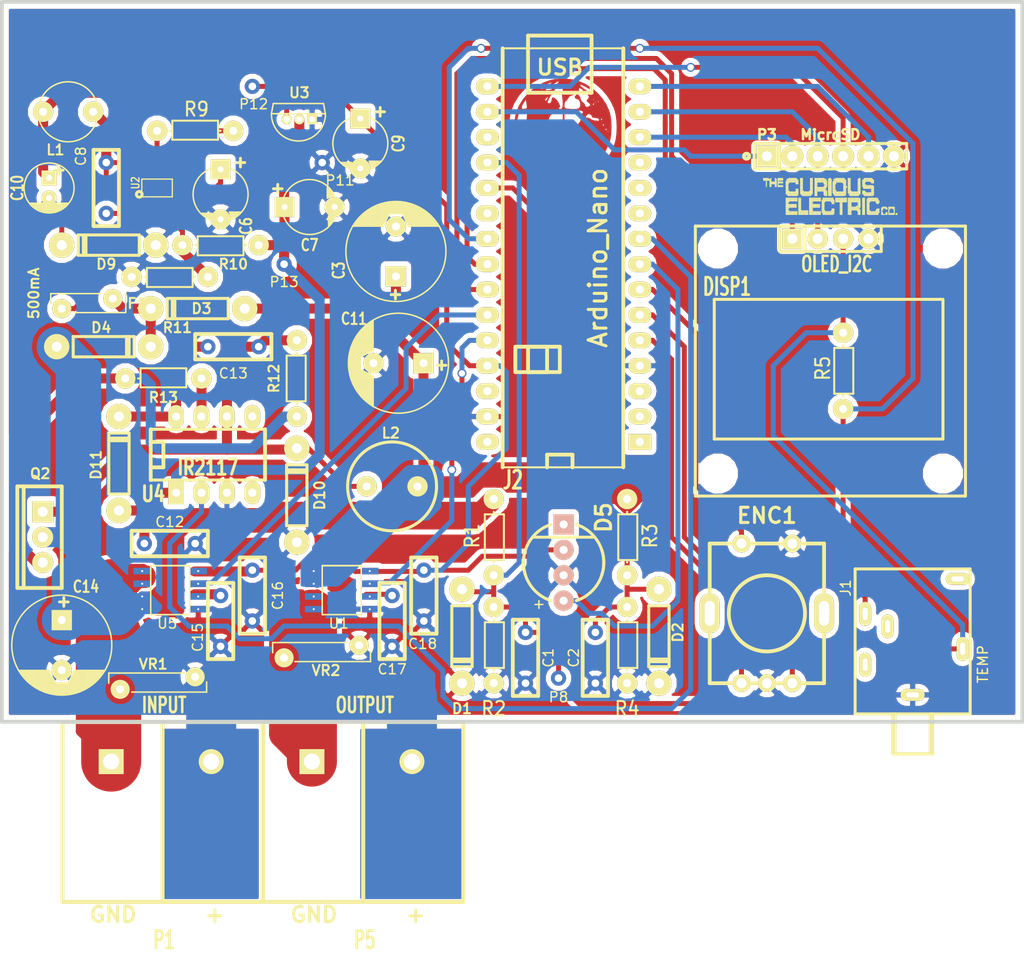
<source format=kicad_pcb>
(kicad_pcb (version 4) (host pcbnew 4.0.6)
  (layers (0 Front signal) (31 Back signal) (34 B.Paste user) (35 F.Paste user) (36 B.SilkS user) (37 F.SilkS user) (38 B.Mask user) (39 F.Mask user) (44 Edge.Cuts user))
  (net 0 "")
  (net 1 +5V)
  (net 2 GND)
  (net 3 Rx)
  (net 4 SCK)
  (net 5 Tx)
  (net 6 Vinput)
  (net 7 Voutput)
  (net 8 VINm)
  (net 9 VOUTm)
  (net 10 "/Power Supply/+10V")
  (net 11 "/Power Supply/+PWR")
  (net 12 "Net-(C8-Pad1)")
  (net 13 "Net-(C8-Pad2)")
  (net 14 "Net-(D3-Pad1)")
  (net 15 LED_D)
  (net 16 SDA)
  (net 17 SCL)
  (net 18 +3V3)
  (net 19 MISO)
  (net 20 MOSI)
  (net 21 EN_A)
  (net 22 EN_B)
  (net 23 EN_SW)
  (net 24 FET1)
  (net 25 SD_CS)
  (net 26 TEMP)
  (net 27 "Net-(J2-Pad18)")
  (net 28 A2)
  (net 29 "Net-(R9-Pad2)")
  (net 30 "Net-(R10-Pad2)")
  (net 31 "Net-(D5-Pad1)")
  (net 32 "Net-(C13-Pad1)")
  (net 33 "Net-(J1-Pad6)")
  (net 34 "Net-(J1-Pad5)")
  (net 35 "Net-(J2-Pad3)")
  (net 36 VcurrentInput)
  (net 37 VcurrentOutput)
  (net 38 "Net-(J2-Pad28)")
  (net 39 "Net-(J2-Pad30)")
  (net 40 "Net-(LOGO1-Pad1)")
  (net 41 /currentMeasurmentin/IN)
  (net 42 /currentMeasurmentout/OUT)
  (net 43 "Net-(Q2-PadG)")
  (net 44 "Net-(C13-Pad2)")
  (net 45 "Net-(R13-Pad2)")
  (net 46 "Net-(C17-Pad1)")
  (net 47 "Net-(U4-Pad4)")
  (net 48 "Net-(U4-Pad5)")
  (net 49 "Net-(C15-Pad1)")
  (net 50 "Net-(J1-Pad4)")
  (net 51 "Net-(J2-Pad10)")
  (net 52 "Net-(J2-Pad11)")
  (net 53 "Net-(J2-Pad12)")
  (module REInnovationFootprint:TH_OLED1306 (layer Front) (at 204.47 86.36)
    (fp_text reference DISP1 (at -10.34 6.06) (layer F.SilkS) (effects (font (size 1.73482 1.08712) (thickness 0.27178))))
    (fp_text value OLED_I2C (at 0.635 3.81) (layer F.SilkS) (effects (font (size 1.524 1.016) (thickness 0.254))))
    (pad 1 thru_hole rect (at -3.81 1.27) (size 2.032 2.032) (drill 1.00076) (layers *.Cu *.Mask F.SilkS) (net 16 SDA))
    (pad 2 thru_hole circle (at -1.27 1.27) (size 2.032 2.032) (drill 1.00076) (layers *.Cu *.Mask F.SilkS) (net 17 SCL))
    (pad 3 thru_hole circle (at 1.27 1.27) (size 2.032 2.032) (drill 1.00076) (layers *.Cu *.Mask F.SilkS) (net 1 +5V))
    (pad 4 thru_hole circle (at 3.81 1.27) (size 2.032 2.032) (drill 1.00076) (layers *.Cu *.Mask F.SilkS) (net 2 GND))
    (pad "" np_thru_hole circle (at 11.25 2.25) (size 3 3) (drill 3) (layers *.Cu *.Mask))
    (pad "" np_thru_hole circle (at 11.25 24.75) (size 3 3) (drill 3) (layers *.Cu *.Mask))
    (pad "" np_thru_hole circle (at -11.25 24.75) (size 3 3) (drill 3) (layers *.Cu *.Mask))
    (pad "" np_thru_hole circle (at -11.25 2.25) (size 3 3) (drill 3) (layers *.Cu *.Mask))
  )
  (module CuriousElectric3:CEC_Globe_10mm_FCU (layer Front) (at 177.8 76.454)
    (fp_text reference LOGO1 hide)
    (fp_text value LOGO hide)
    (fp_poly (pts (xy 0.230092 -4.822486) (xy 0.792908 -4.777429) (xy 1.267235 -4.688807) (xy 1.340706 -4.667542) (xy 2.157578 -4.328299) (xy 2.906366 -3.848203) (xy 3.436072 -3.372761) (xy 3.895128 -2.844669) (xy 4.241358 -2.322757) (xy 4.515748 -1.74238) (xy 4.585661 -1.559568) (xy 4.694208 -1.134991) (xy 4.761463 -0.602005) (xy 4.786724 -0.016601) (xy 4.769288 0.565234) (xy 4.708454 1.087509) (xy 4.623268 1.439333) (xy 4.251352 2.306343) (xy 3.758998 3.062829) (xy 3.153541 3.700203) (xy 2.442312 4.209878) (xy 2.105847 4.38761) (xy 1.727794 4.554278) (xy 1.34502 4.700212) (xy 1.024552 4.800467) (xy 0.948332 4.818372) (xy 0.590714 4.866643) (xy 0.138732 4.892962) (xy -0.333906 4.896002) (xy -0.753492 4.874436) (xy -0.931334 4.852214) (xy -1.397145 4.736206) (xy -1.917506 4.546832) (xy -2.413737 4.315238) (xy -2.683125 4.158727) (xy -3.248282 3.720076) (xy -2.794 3.720076) (xy -2.723212 3.790508) (xy -2.53362 3.912526) (xy -2.259386 4.065085) (xy -2.106863 4.14341) (xy -1.742472 4.318379) (xy -1.472379 4.43308) (xy -1.310818 4.483029) (xy -1.27202 4.463741) (xy -1.359776 4.378807) (xy -1.496247 4.269403) (xy -1.575752 4.204574) (xy -0.925894 4.204574) (xy -0.868603 4.341183) (xy -0.758702 4.471368) (xy -0.609663 4.59228) (xy -0.467889 4.653021) (xy -0.378369 4.643933) (xy -0.379736 4.628244) (xy 0.360409 4.628244) (xy 0.402507 4.646152) (xy 0.458702 4.628721) (xy 0.645329 4.57917) (xy 0.718202 4.572) (xy 0.837498 4.523907) (xy 1.038601 4.39991) (xy 1.149702 4.322145) (xy 1.511351 4.322145) (xy 1.525151 4.349207) (xy 1.637851 4.317468) (xy 1.651 4.312843) (xy 1.883427 4.213103) (xy 2.163446 4.070201) (xy 2.260457 4.015442) (xy 2.536293 3.839645) (xy 2.657844 3.722174) (xy 2.62795 3.658231) (xy 2.481496 3.642408) (xy 2.241535 3.713368) (xy 1.932671 3.926596) (xy 1.820333 4.023471) (xy 1.606421 4.219246) (xy 1.511351 4.322145) (xy 1.149702 4.322145) (xy 1.280736 4.230428) (xy 1.523129 4.045881) (xy 1.725007 3.876688) (xy 1.845597 3.75327) (xy 1.862666 3.718156) (xy 1.787142 3.671251) (xy 1.59677 3.643708) (xy 1.49492 3.640666) (xy 1.278331 3.653337) (xy 1.118297 3.712591) (xy 0.959046 3.850292) (xy 0.790977 4.042833) (xy 0.545686 4.34238) (xy 0.405149 4.532252) (xy 0.360409 4.628244) (xy -0.379736 4.628244) (xy -0.386092 4.555355) (xy -0.388599 4.550833) (xy -0.522195 4.362262) (xy -0.678414 4.202742) (xy -0.811145 4.1151) (xy -0.858974 4.113939) (xy -0.925894 4.204574) (xy -1.575752 4.204574) (xy -1.708706 4.096164) (xy -1.876496 3.958166) (xy -2.206667 3.73062) (xy -2.309146 3.698) (xy -1.862667 3.698) (xy -1.803602 3.782977) (xy -1.655475 3.927497) (xy -1.5875 3.986346) (xy -1.414453 4.124509) (xy -1.329278 4.158385) (xy -1.293209 4.096099) (xy -1.284472 4.049855) (xy -1.283022 3.848459) (xy -1.302981 3.761509) (xy -1.341434 3.73225) (xy -0.762 3.73225) (xy -0.714139 3.832567) (xy -0.594367 4.010218) (xy -0.4384 4.218718) (xy -0.281957 4.411577) (xy -0.160755 4.542309) (xy -0.116801 4.572) (xy -0.099198 4.495397) (xy -0.087526 4.297806) (xy -0.084667 4.106333) (xy -0.084667 3.640666) (xy 0.084666 3.640666) (xy 0.08846 4.1275) (xy 0.092254 4.614333) (xy 0.46946 4.193318) (xy 0.660959 3.970404) (xy 0.796726 3.794853) (xy 0.846666 3.706485) (xy 0.770958 3.667224) (xy 0.579417 3.64368) (xy 0.465666 3.640666) (xy 0.084666 3.640666) (xy -0.084667 3.640666) (xy -0.423334 3.640666) (xy -0.635502 3.660978) (xy -0.753397 3.711741) (xy -0.762 3.73225) (xy -1.341434 3.73225) (xy -1.395683 3.690973) (xy -1.564703 3.647262) (xy -1.740008 3.638322) (xy -1.85156 3.6721) (xy -1.862667 3.698) (xy -2.309146 3.698) (xy -2.483261 3.642578) (xy -2.527554 3.640666) (xy -2.711226 3.662681) (xy -2.793663 3.716072) (xy -2.794 3.720076) (xy -3.248282 3.720076) (xy -3.271249 3.70225) (xy -3.808462 3.140101) (xy -4.266574 2.510811) (xy -4.533182 2.010833) (xy -4.233017 2.010833) (xy -4.178475 2.167604) (xy -4.035999 2.406897) (xy -3.835777 2.689908) (xy -3.608002 2.977831) (xy -3.382863 3.231864) (xy -3.19055 3.4132) (xy -3.093657 3.475295) (xy -2.877856 3.531343) (xy -2.644773 3.549618) (xy -2.469682 3.526676) (xy -2.433093 3.505536) (xy -2.450226 3.415203) (xy -2.546802 3.233849) (xy -2.660337 3.061036) (xy -2.862439 2.758868) (xy -3.059312 2.440438) (xy -3.135613 2.307166) (xy -3.259051 2.098237) (xy -3.298381 2.061206) (xy -3.048 2.061206) (xy -3.001712 2.192223) (xy -2.880931 2.416216) (xy -2.712787 2.690711) (xy -2.524409 2.973234) (xy -2.342926 3.221309) (xy -2.201563 3.386437) (xy -1.986062 3.511331) (xy -1.732527 3.538716) (xy -1.508553 3.46951) (xy -1.42444 3.387458) (xy -0.532896 3.387458) (xy -0.511343 3.511738) (xy -0.352842 3.544441) (xy -0.309511 3.539675) (xy -0.206551 3.505842) (xy -0.14874 3.414156) (xy -0.120758 3.223487) (xy -0.113644 3.070894) (xy 0.083959 3.070894) (xy 0.092513 3.331435) (xy 0.135354 3.491521) (xy 0.145014 3.503458) (xy 0.259335 3.53471) (xy 0.477659 3.543366) (xy 0.589514 3.538736) (xy 0.783913 3.52087) (xy 0.91714 3.476714) (xy 0.951281 3.444301) (xy 1.318578 3.444301) (xy 1.320044 3.483809) (xy 1.434653 3.536221) (xy 1.645996 3.553824) (xy 1.885244 3.537356) (xy 2.08357 3.487555) (xy 2.109152 3.475354) (xy 2.120173 3.465684) (xy 2.455333 3.465684) (xy 2.518506 3.549278) (xy 2.677627 3.550474) (xy 2.887094 3.479816) (xy 3.101308 3.347846) (xy 3.152497 3.304481) (xy 3.315695 3.149825) (xy 3.361178 3.075912) (xy 3.299169 3.05255) (xy 3.2385 3.050481) (xy 3.084796 3.000149) (xy 3.048 2.921) (xy 3.007622 2.808251) (xy 2.973382 2.794) (xy 2.877714 2.857553) (xy 2.736618 3.012111) (xy 2.591861 3.20352) (xy 2.485208 3.377626) (xy 2.455333 3.465684) (xy 2.120173 3.465684) (xy 2.23373 3.366049) (xy 2.409473 3.160803) (xy 2.579079 2.931187) (xy 2.748036 2.677322) (xy 2.831541 2.5109) (xy 2.843586 2.382307) (xy 2.798162 2.241929) (xy 2.783158 2.207499) (xy 2.693082 2.04516) (xy 2.573344 1.969303) (xy 2.362513 1.94792) (xy 2.283866 1.947333) (xy 1.899735 1.947333) (xy 1.587582 2.679476) (xy 1.456422 3.004776) (xy 1.362527 3.272427) (xy 1.318578 3.444301) (xy 0.951281 3.444301) (xy 1.025305 3.374026) (xy 1.144516 3.180561) (xy 1.281327 2.921) (xy 1.48774 2.521428) (xy 1.613378 2.249383) (xy 1.652113 2.080399) (xy 1.597813 1.990009) (xy 1.44435 1.953746) (xy 1.185594 1.947145) (xy 1.037386 1.947333) (xy 0.370029 1.947333) (xy 0.227347 2.246539) (xy 0.155045 2.472446) (xy 0.106026 2.765898) (xy 0.083959 3.070894) (xy -0.113644 3.070894) (xy -0.110603 3.005666) (xy -0.106733 2.744351) (xy -0.118935 2.63965) (xy -0.149645 2.679394) (xy -0.166175 2.728232) (xy -0.273097 2.964785) (xy -0.414252 3.182684) (xy -0.532896 3.387458) (xy -1.42444 3.387458) (xy -1.412439 3.375752) (xy -1.386179 3.256523) (xy -1.425702 3.06063) (xy -1.538351 2.758926) (xy -1.609701 2.592585) (xy -1.825083 2.102487) (xy -1.628362 2.102487) (xy -1.574817 2.282258) (xy -1.50802 2.455333) (xy -1.40357 2.689592) (xy -1.321413 2.843327) (xy -1.289898 2.878666) (xy -1.273971 2.804178) (xy -1.284178 2.617131) (xy -1.294766 2.527797) (xy -1.378806 2.222201) (xy -1.52516 2.058202) (xy -1.625142 2.033296) (xy -1.628362 2.102487) (xy -1.825083 2.102487) (xy -1.893269 1.947333) (xy -2.470635 1.947333) (xy -2.798436 1.957141) (xy -2.982402 1.989791) (xy -3.04707 2.050124) (xy -3.048 2.061206) (xy -3.298381 2.061206) (xy -3.372433 1.991485) (xy -3.537482 1.952617) (xy -3.783258 1.947333) (xy -4.03334 1.958116) (xy -4.196617 1.985844) (xy -4.233017 2.010833) (xy -4.533182 2.010833) (xy -4.617393 1.852911) (xy -4.827654 1.227619) (xy -4.890095 0.802586) (xy -4.917063 0.277066) (xy -4.91441 0.074936) (xy -4.682062 0.074936) (xy -4.630807 0.623818) (xy -4.58302 0.968185) (xy -4.51233 1.29212) (xy -4.453096 1.47535) (xy -4.366988 1.654808) (xy -4.266794 1.744198) (xy -4.09524 1.774802) (xy -3.898987 1.778) (xy -3.656373 1.76669) (xy -3.502075 1.737743) (xy -3.472756 1.7145) (xy -3.489326 1.608371) (xy -3.532525 1.377223) (xy -3.594605 1.061846) (xy -3.629553 0.889) (xy -3.736269 0.365632) (xy -3.556 0.365632) (xy -3.530312 0.614517) (xy -3.464284 0.931058) (xy -3.374469 1.254782) (xy -3.277422 1.525221) (xy -3.198328 1.672166) (xy -3.057982 1.734824) (xy -2.776495 1.770851) (xy -2.525797 1.778) (xy -1.939661 1.778) (xy -1.995403 1.4605) (xy -2.065894 1.065064) (xy -2.102674 0.899609) (xy -1.933783 0.899609) (xy -1.912685 0.984172) (xy -1.843164 1.077889) (xy -1.758292 1.030157) (xy -1.704002 0.914571) (xy -1.759656 0.831144) (xy -1.872452 0.771611) (xy -1.914049 0.785159) (xy -1.933783 0.899609) (xy -2.102674 0.899609) (xy -2.124913 0.799573) (xy -2.192658 0.627628) (xy -2.289327 0.51283) (xy -2.435121 0.418778) (xy -2.628192 0.320195) (xy -2.871408 0.213542) (xy -2.000616 0.213542) (xy -1.998726 0.218591) (xy -1.952165 0.409319) (xy -1.947334 0.472591) (xy -1.882083 0.567612) (xy -1.735393 0.588175) (xy -1.580863 0.527928) (xy -1.556227 0.506359) (xy -1.42059 0.476619) (xy -1.190395 0.519108) (xy -0.912998 0.613678) (xy -0.635755 0.740174) (xy -0.40602 0.878447) (xy -0.27115 1.008345) (xy -0.254 1.060507) (xy -0.207591 1.171776) (xy -0.169334 1.185333) (xy -0.12509 1.107575) (xy -0.094799 0.901593) (xy -0.084667 0.635) (xy -0.084667 0.084666) (xy 0.084666 0.084666) (xy 0.084666 0.663743) (xy 0.089747 0.974021) (xy 0.114192 1.159117) (xy 0.171807 1.263089) (xy 0.276398 1.329998) (xy 0.296333 1.339261) (xy 0.46271 1.47561) (xy 0.508 1.606851) (xy 0.522654 1.694536) (xy 0.590116 1.745871) (xy 0.745633 1.770417) (xy 1.024454 1.777735) (xy 1.13902 1.778) (xy 1.77004 1.778) (xy 1.951566 1.778) (xy 2.372783 1.778) (xy 2.629064 1.767447) (xy 2.755623 1.726633) (xy 2.791259 1.641819) (xy 2.791307 1.629833) (xy 2.739589 1.444154) (xy 2.738311 1.441966) (xy 4.179576 1.441966) (xy 4.195587 1.531422) (xy 4.263019 1.579315) (xy 4.326654 1.476046) (xy 4.382656 1.30334) (xy 4.396715 1.23069) (xy 4.353366 1.216681) (xy 4.265648 1.286065) (xy 4.179576 1.441966) (xy 2.738311 1.441966) (xy 2.670122 1.32527) (xy 2.594044 1.154595) (xy 2.597206 1.050103) (xy 2.59231 0.946321) (xy 2.555983 0.931333) (xy 2.404556 0.903039) (xy 2.336434 0.880393) (xy 2.221888 0.895175) (xy 2.124584 1.045454) (xy 2.036949 1.34543) (xy 2.004375 1.502833) (xy 1.951566 1.778) (xy 1.77004 1.778) (xy 1.858214 1.4605) (xy 1.928803 1.168854) (xy 1.936439 1.004738) (xy 1.879453 0.937828) (xy 1.829104 0.931333) (xy 1.712553 0.87854) (xy 1.559361 0.747777) (xy 1.405443 0.580465) (xy 1.321536 0.465666) (xy 4.402666 0.465666) (xy 4.445 0.508) (xy 4.487333 0.465666) (xy 4.445 0.423333) (xy 4.402666 0.465666) (xy 1.321536 0.465666) (xy 1.286715 0.418025) (xy 1.239091 0.301879) (xy 1.257624 0.272236) (xy 1.313721 0.221203) (xy 4.17777 0.221203) (xy 4.191 0.254) (xy 4.267082 0.33477) (xy 4.280663 0.338666) (xy 4.317029 0.27316) (xy 4.318 0.254) (xy 4.252912 0.172586) (xy 4.228336 0.169333) (xy 4.17777 0.221203) (xy 1.313721 0.221203) (xy 1.349655 0.188513) (xy 1.354666 0.162277) (xy 1.276925 0.125181) (xy 1.071281 0.097739) (xy 0.779101 0.085006) (xy 0.719666 0.084666) (xy 0.084666 0.084666) (xy -0.084667 0.084666) (xy -0.54635 0.084666) (xy -0.852468 0.102932) (xy -1.121586 0.149528) (xy -1.22598 0.18397) (xy -1.414542 0.240896) (xy -1.53692 0.190107) (xy -1.54323 0.18397) (xy -1.701912 0.105241) (xy -1.846326 0.084666) (xy -1.992198 0.113332) (xy -2.000616 0.213542) (xy -2.871408 0.213542) (xy -2.917827 0.193187) (xy -3.183413 0.108077) (xy -3.323167 0.086085) (xy -3.482885 0.105406) (xy -3.546115 0.200351) (xy -3.556 0.365632) (xy -3.736269 0.365632) (xy -3.784928 0.127) (xy -4.682062 0.074936) (xy -4.91441 0.074936) (xy -4.909689 -0.284567) (xy -4.907376 -0.314964) (xy -4.681503 -0.314964) (xy -4.660606 -0.166865) (xy -4.581808 -0.085116) (xy -4.580939 -0.084606) (xy -4.377671 -0.022376) (xy -4.11845 -0.006567) (xy -3.894791 -0.039618) (xy -3.839175 -0.064844) (xy -3.789619 -0.172407) (xy -3.773305 -0.249236) (xy -3.582063 -0.249236) (xy -3.54219 -0.111114) (xy -3.538127 -0.105834) (xy -3.420725 -0.010267) (xy -3.284267 -0.042763) (xy -3.227997 -0.076285) (xy -3.164121 -0.151943) (xy -3.179166 -0.21732) (xy -2.577938 -0.21732) (xy -2.577195 -0.073945) (xy -2.556087 -0.04431) (xy -2.423416 -0.006362) (xy -2.287625 -0.085643) (xy -2.216612 -0.233699) (xy -2.222485 -0.285045) (xy -2.032 -0.285045) (xy -2.005539 -0.117697) (xy -1.947481 -0.03885) (xy -1.889814 -0.080602) (xy -1.875894 -0.128398) (xy -1.898878 -0.303163) (xy -1.939394 -0.364594) (xy -2.012271 -0.395348) (xy -2.032 -0.285045) (xy -2.222485 -0.285045) (xy -2.233743 -0.383468) (xy -2.313418 -0.409684) (xy -1.68182 -0.409684) (xy -1.677171 -0.207141) (xy -1.560256 -0.077755) (xy -1.502834 -0.059753) (xy -1.149355 -0.019873) (xy -0.747014 -0.014651) (xy -0.394933 -0.044676) (xy -0.34925 -0.052917) (xy -0.084667 -0.105834) (xy -0.084667 -0.898073) (xy 0.084666 -0.898073) (xy 0.086744 -0.507216) (xy 0.108852 -0.254636) (xy 0.174797 -0.109318) (xy 0.30839 -0.040249) (xy 0.533439 -0.016414) (xy 0.766557 -0.009822) (xy 1.025354 -0.021249) (xy 1.212578 -0.094911) (xy 1.344176 -0.209102) (xy 3.916564 -0.209102) (xy 3.933518 -0.174967) (xy 4.014251 -0.087434) (xy 4.029102 -0.149163) (xy 4.008549 -0.215319) (xy 3.946216 -0.307525) (xy 3.918062 -0.305618) (xy 3.916564 -0.209102) (xy 1.344176 -0.209102) (xy 1.408952 -0.265309) (xy 1.44106 -0.298116) (xy 1.622003 -0.509478) (xy 1.70228 -0.698122) (xy 1.714678 -0.945562) (xy 1.713501 -0.975449) (xy 1.714299 -1.03373) (xy 2.218321 -1.03373) (xy 2.2421 -0.952774) (xy 2.402633 -0.931334) (xy 2.603176 -0.882818) (xy 2.70541 -0.809061) (xy 2.85349 -0.718846) (xy 3.083092 -0.658314) (xy 3.117944 -0.65396) (xy 3.341011 -0.628692) (xy 3.48684 -0.609057) (xy 3.498708 -0.6069) (xy 3.544194 -0.661657) (xy 3.540311 -0.740834) (xy 3.525376 -0.762) (xy 3.725333 -0.762) (xy 3.75422 -0.679535) (xy 3.762669 -0.677334) (xy 3.834955 -0.736663) (xy 3.852333 -0.762) (xy 3.84562 -0.840019) (xy 3.814996 -0.846667) (xy 3.728778 -0.785207) (xy 3.725333 -0.762) (xy 3.525376 -0.762) (xy 3.466036 -0.846094) (xy 3.272072 -0.902588) (xy 3.146044 -0.91538) (xy 2.907233 -0.9502) (xy 2.818523 -1.01366) (xy 2.822574 -1.05301) (xy 2.788136 -1.16682) (xy 2.668427 -1.253945) (xy 2.490812 -1.296987) (xy 2.351126 -1.210121) (xy 2.336461 -1.194315) (xy 2.218321 -1.03373) (xy 1.714299 -1.03373) (xy 1.716853 -1.219971) (xy 1.762123 -1.333715) (xy 1.828373 -1.354667) (xy 1.927907 -1.418249) (xy 1.931371 -1.502834) (xy 1.898271 -1.569773) (xy 1.809673 -1.615224) (xy 1.635947 -1.644629) (xy 1.347464 -1.663429) (xy 0.993829 -1.675032) (xy 0.084666 -1.699063) (xy 0.084666 -0.898073) (xy -0.084667 -0.898073) (xy -0.084667 -1.693334) (xy -0.371942 -1.693334) (xy -0.603192 -1.656065) (xy -0.707952 -1.566334) (xy -0.818663 -1.453742) (xy -0.881981 -1.439334) (xy -1.038384 -1.379147) (xy -1.223724 -1.235434) (xy -1.378208 -1.063469) (xy -1.442027 -0.921625) (xy -1.492325 -0.765379) (xy -1.569027 -0.639985) (xy -1.68182 -0.409684) (xy -2.313418 -0.409684) (xy -2.354904 -0.423334) (xy -2.490377 -0.359148) (xy -2.577938 -0.21732) (xy -3.179166 -0.21732) (xy -3.192722 -0.276224) (xy -3.267418 -0.413656) (xy -3.384003 -0.58721) (xy -3.470359 -0.674782) (xy -3.479718 -0.677334) (xy -3.54336 -0.605412) (xy -3.579964 -0.438358) (xy -3.582063 -0.249236) (xy -3.773305 -0.249236) (xy -3.739437 -0.408728) (xy -3.696229 -0.733435) (xy -3.680088 -0.910215) (xy -3.618826 -1.693334) (xy -3.997345 -1.693334) (xy -4.233702 -1.684369) (xy -4.360327 -1.628679) (xy -4.436782 -1.483066) (xy -4.480937 -1.342631) (xy -4.561314 -1.03092) (xy -4.634197 -0.679176) (xy -4.651444 -0.577995) (xy -4.681503 -0.314964) (xy -4.907376 -0.314964) (xy -4.869101 -0.817937) (xy -4.796432 -1.25867) (xy -4.783062 -1.311956) (xy -4.563451 -1.896058) (xy -4.193813 -1.896058) (xy -4.100031 -1.80539) (xy -3.915218 -1.818235) (xy -3.741888 -1.865711) (xy -3.666382 -1.893397) (xy -3.667984 -1.97903) (xy -3.690716 -2.179264) (xy -3.711991 -2.331015) (xy -3.726317 -2.427327) (xy -1.592512 -2.427327) (xy -1.501466 -2.373732) (xy -1.448392 -2.370667) (xy -1.281665 -2.444955) (xy -1.195452 -2.657896) (xy -1.185334 -2.800925) (xy -1.141084 -2.942392) (xy -1.026117 -2.963446) (xy -0.867107 -2.8822) (xy -0.690728 -2.716766) (xy -0.523655 -2.485253) (xy -0.42191 -2.282563) (xy -0.354984 -2.080886) (xy -0.374541 -1.984774) (xy -0.407132 -1.966846) (xy -0.47178 -1.889189) (xy -0.461198 -1.855436) (xy -0.401436 -1.78742) (xy -0.304983 -1.797737) (xy -0.218592 -1.829392) (xy -0.125014 -1.954265) (xy -0.088371 -2.206698) (xy 0.084666 -2.206698) (xy 0.096443 -1.989739) (xy 0.158922 -1.887438) (xy 0.312828 -1.845413) (xy 0.359833 -1.839248) (xy 0.903063 -1.793185) (xy 1.293438 -1.808514) (xy 1.528679 -1.8851) (xy 1.560285 -1.911048) (xy 1.660702 -2.103343) (xy 1.671391 -2.343214) (xy 1.606344 -2.574973) (xy 1.479555 -2.742935) (xy 1.338419 -2.794) (xy 1.187837 -2.851813) (xy 1.118161 -2.979876) (xy 1.158535 -3.110127) (xy 1.19171 -3.136609) (xy 1.259352 -3.230199) (xy 1.24253 -3.273025) (xy 1.129498 -3.284911) (xy 1.013298 -3.235295) (xy 0.830341 -3.152137) (xy 0.729178 -3.132667) (xy 0.613805 -3.065486) (xy 0.473633 -2.898106) (xy 0.434551 -2.836334) (xy 0.304791 -2.649729) (xy 0.19511 -2.546947) (xy 0.172188 -2.54) (xy 0.117025 -2.464975) (xy 0.086689 -2.277889) (xy 0.084666 -2.206698) (xy -0.088371 -2.206698) (xy -0.084979 -2.230064) (xy -0.099169 -2.646842) (xy -0.138509 -2.99385) (xy -0.181909 -3.310492) (xy 1.452764 -3.310492) (xy 1.487982 -3.207163) (xy 1.566333 -3.132667) (xy 1.667963 -2.968164) (xy 1.693333 -2.827919) (xy 1.768321 -2.620531) (xy 1.905 -2.489881) (xy 2.056669 -2.359984) (xy 2.116666 -2.250863) (xy 2.183276 -2.078781) (xy 2.339635 -2.00725) (xy 2.463588 -2.036419) (xy 2.612356 -2.139496) (xy 2.66272 -2.19441) (xy 2.635411 -2.286) (xy 2.921 -2.286) (xy 2.927712 -2.207982) (xy 2.958336 -2.201334) (xy 3.044554 -2.262794) (xy 3.048 -2.286) (xy 3.019113 -2.368466) (xy 3.010663 -2.370667) (xy 2.938377 -2.311338) (xy 2.921 -2.286) (xy 2.635411 -2.286) (xy 2.634259 -2.289862) (xy 2.502037 -2.422275) (xy 2.478082 -2.440332) (xy 2.407082 -2.497667) (xy 3.132666 -2.497667) (xy 3.175 -2.455334) (xy 3.217333 -2.497667) (xy 3.175 -2.54) (xy 3.132666 -2.497667) (xy 2.407082 -2.497667) (xy 2.327586 -2.561862) (xy 2.317381 -2.596445) (xy 3.414888 -2.596445) (xy 3.426511 -2.546111) (xy 3.471333 -2.54) (xy 3.541023 -2.570979) (xy 3.527777 -2.596445) (xy 3.427298 -2.606578) (xy 3.414888 -2.596445) (xy 2.317381 -2.596445) (xy 2.301797 -2.64925) (xy 2.376708 -2.751667) (xy 2.963333 -2.751667) (xy 3.005666 -2.709334) (xy 3.048 -2.751667) (xy 3.005666 -2.794) (xy 2.963333 -2.751667) (xy 2.376708 -2.751667) (xy 2.385136 -2.763189) (xy 2.392979 -2.771878) (xy 2.518291 -2.945047) (xy 2.509928 -3.086093) (xy 2.399877 -3.231834) (xy 2.233756 -3.334501) (xy 2.568769 -3.334501) (xy 2.582333 -3.302) (xy 2.694492 -3.220495) (xy 2.719326 -3.217334) (xy 2.76523 -3.2695) (xy 2.751666 -3.302) (xy 2.639507 -3.383506) (xy 2.614673 -3.386667) (xy 2.568769 -3.334501) (xy 2.233756 -3.334501) (xy 2.219661 -3.343212) (xy 1.924514 -3.385557) (xy 1.849544 -3.386667) (xy 1.571276 -3.368524) (xy 1.452764 -3.310492) (xy -0.181909 -3.310492) (xy -0.19235 -3.386667) (xy -0.633386 -3.386667) (xy -0.934903 -3.366136) (xy -1.14458 -3.282285) (xy -1.311741 -3.101727) (xy -1.471457 -2.819372) (xy -1.582071 -2.567368) (xy -1.592512 -2.427327) (xy -3.726317 -2.427327) (xy -3.760308 -2.655826) (xy -1.857042 -2.655826) (xy -1.791591 -2.624667) (xy -1.709884 -2.693324) (xy -1.615172 -2.855868) (xy -1.547758 -3.012415) (xy -1.566433 -3.030775) (xy -1.686249 -2.927413) (xy -1.828239 -2.766177) (xy -1.857042 -2.655826) (xy -3.760308 -2.655826) (xy -3.774566 -2.751667) (xy -4.009985 -2.383956) (xy -4.164205 -2.091346) (xy -4.193813 -1.896058) (xy -4.563451 -1.896058) (xy -4.491556 -2.087275) (xy -4.054312 -2.805426) (xy -3.490567 -3.447418) (xy -3.251913 -3.641911) (xy -0.931334 -3.641911) (xy -0.855189 -3.592904) (xy -0.660498 -3.561799) (xy -0.508 -3.556) (xy -0.084667 -3.556) (xy -0.084667 -3.725334) (xy 1.524 -3.725334) (xy 1.573608 -3.592549) (xy 1.735666 -3.556) (xy 1.894797 -3.58397) (xy 1.947333 -3.637688) (xy 1.881773 -3.731343) (xy 1.737291 -3.834295) (xy 1.592188 -3.89295) (xy 1.571899 -3.894667) (xy 1.532927 -3.823487) (xy 1.524 -3.725334) (xy -0.084667 -3.725334) (xy -0.084667 -3.841967) (xy -0.12383 -4.076313) (xy -0.188867 -4.187445) (xy 1.652532 -4.187445) (xy 1.723728 -4.084948) (xy 1.873504 -3.947193) (xy 2.068442 -3.799935) (xy 2.275126 -3.668929) (xy 2.46014 -3.57993) (xy 2.566163 -3.55623) (xy 2.72481 -3.581131) (xy 2.750576 -3.642431) (xy 2.638617 -3.742749) (xy 2.427101 -3.880982) (xy 2.170334 -4.027002) (xy 1.922626 -4.150683) (xy 1.738283 -4.221898) (xy 1.693333 -4.228929) (xy 1.652532 -4.187445) (xy -0.188867 -4.187445) (xy -0.219535 -4.239848) (xy -0.220984 -4.241066) (xy -0.318038 -4.292295) (xy -0.423392 -4.255697) (xy -0.578597 -4.111637) (xy -0.644317 -4.04101) (xy -0.810195 -3.844098) (xy -0.913855 -3.690434) (xy -0.931334 -3.641911) (xy -3.251913 -3.641911) (xy -3.147055 -3.727365) (xy -1.800971 -3.727365) (xy -1.776232 -3.686847) (xy -1.616581 -3.680257) (xy -1.533774 -3.682047) (xy -1.337738 -3.703248) (xy -1.17415 -3.775181) (xy -0.99478 -3.927529) (xy -0.803953 -4.131208) (xy -0.620061 -4.346642) (xy -0.504711 -4.50367) (xy -0.480373 -4.571339) (xy -0.483969 -4.572) (xy -0.601193 -4.528508) (xy -0.813255 -4.416138) (xy -1.075528 -4.262052) (xy -1.343387 -4.093411) (xy -1.572204 -3.937376) (xy -1.716809 -3.821647) (xy -1.800971 -3.727365) (xy -3.147055 -3.727365) (xy -2.919375 -3.912913) (xy -2.320782 -3.912913) (xy -2.282398 -3.847994) (xy -2.223174 -3.786709) (xy -2.156305 -3.771337) (xy -2.049252 -3.815132) (xy -1.869476 -3.931349) (xy -1.5875 -4.131052) (xy -1.372071 -4.289856) (xy -1.226119 -4.406628) (xy -1.185334 -4.449187) (xy -1.254859 -4.446036) (xy -1.431743 -4.391942) (xy -1.668447 -4.304377) (xy -1.917433 -4.200814) (xy -2.113033 -4.108213) (xy -2.285016 -4.00137) (xy -2.320782 -3.912913) (xy -2.919375 -3.912913) (xy -2.819555 -3.994261) (xy -2.060513 -4.426966) (xy -1.360467 -4.690843) (xy -0.909478 -4.779735) (xy -0.35833 -4.823435) (xy 0.230092 -4.822486)) (layer Front) (width 0.01))
    (pad 1 smd circle (at 0 0) (size 0.01 0.01) (layers Front F.Paste F.Mask) (net 40 "Net-(LOGO1-Pad1)") (clearance 5))
  )
  (module CuriousElectric3:TCEC_Words_13mm (layer Front) (at 197.485 81.28)
    (fp_text reference LOGO2 hide)
    (fp_text value LOGO hide)
  )
  (module REInnovationFootprint:cond_1 (layer Front) (at 172.72 125.73 270)
    (fp_text reference C1 (at 3.81 -3.556 270) (layer F.SilkS))
    (fp_text value 100nf hide)
    (pad 1 thru_hole circle (at 1.27 -1.27 270) (size 1.524 1.524) (drill 0.762) (layers *.Cu *.Mask) (net 8 VINm))
    (pad 2 thru_hole circle (at 6.35 -1.27 270) (size 1.524 1.524) (drill 0.762) (layers *.Cu *.Mask) (net 2 GND))
  )
  (module REInnovationFootprint:cond_1 (layer Front) (at 179.705 125.73 270)
    (fp_text reference C2 (at 3.81 0.889 270) (layer F.SilkS))
    (fp_text value 100nf hide)
    (pad 1 thru_hole circle (at 1.27 -1.27 270) (size 1.524 1.524) (drill 0.762) (layers *.Cu *.Mask) (net 9 VOUTm))
    (pad 2 thru_hole circle (at 6.35 -1.27 270) (size 1.524 1.524) (drill 0.762) (layers *.Cu *.Mask) (net 2 GND))
  )
  (module RenewableRegulatorPCB_2017_Library_Yoan:Capacitor_C_1V7_TH (layer Front) (at 161.036 88.9 90)
    (fp_text reference C3 (at -1.905 -5.715 90) (layer F.SilkS) (effects (font (size 1.143 0.889) (thickness 0.2032))))
    (fp_text value 100uf hide)
    (fp_text user + (at -4.318 -0.127 90) (layer F.SilkS) (effects (font (size 1.143 1.143) (thickness 0.28702))))
    (pad 1 thru_hole rect (at -2.5 0 90) (size 2.032 2.032) (drill 0.8001) (layers *.Cu *.Mask F.SilkS) (net 7 Voutput))
    (pad 2 thru_hole circle (at 2.5 0 90) (size 2.032 2.032) (drill 0.8001) (layers *.Cu *.Mask F.SilkS) (net 2 GND))
  )
  (module RenewableRegulatorPCB_2017_Library_Yoan:Capacitor_C6_1V7_TH (layer Front) (at 143.51 83.185 270)
    (fp_text reference C6 (at 3.175 -2.54 270) (layer F.SilkS) (effects (font (size 1.143 0.889) (thickness 0.2032))))
    (fp_text value 2.2uf hide)
    (fp_text user + (at -3.175 -1.905 270) (layer F.SilkS) (effects (font (size 1.143 1.143) (thickness 0.28702))))
    (pad 1 thru_hole rect (at -2.5 0 270) (size 2 2) (drill 0.6) (layers *.Cu *.Mask F.SilkS) (net 11 "/Power Supply/+PWR"))
    (pad 2 thru_hole circle (at 2.5 0 270) (size 2 2) (drill 0.6) (layers *.Cu *.Mask F.SilkS) (net 2 GND))
  )
  (module RenewableRegulatorPCB_2017_Library_Yoan:Capacitor_C7_1V7_TH (layer Front) (at 152.4 84.455)
    (fp_text reference C7 (at 0 3.81) (layer F.SilkS) (effects (font (size 1.143 0.889) (thickness 0.2032))))
    (fp_text value 1uf hide)
    (fp_text user + (at -3.175 -1.905) (layer F.SilkS) (effects (font (size 1.143 1.143) (thickness 0.28702))))
    (pad 1 thru_hole rect (at -2.5 0) (size 2 2) (drill 0.6) (layers *.Cu *.Mask F.SilkS) (net 10 "/Power Supply/+10V"))
    (pad 2 thru_hole circle (at 2.5 0) (size 2 2) (drill 0.6) (layers *.Cu *.Mask F.SilkS) (net 2 GND))
  )
  (module REInnovationFootprint:cond_1 (layer Front) (at 133.35 86.36 90)
    (fp_text reference C8 (at 6.985 -3.81 90) (layer F.SilkS))
    (fp_text value 100nf hide)
    (pad 1 thru_hole circle (at 1.27 -1.27 90) (size 1.524 1.524) (drill 0.762) (layers *.Cu *.Mask) (net 12 "Net-(C8-Pad1)"))
    (pad 2 thru_hole circle (at 6.35 -1.27 90) (size 1.524 1.524) (drill 0.762) (layers *.Cu *.Mask) (net 13 "Net-(C8-Pad2)"))
  )
  (module RenewableRegulatorPCB_2017_Library_Yoan:Capacitor_C9_1V7_TH (layer Front) (at 157.48 78.105 270)
    (fp_text reference C9 (at 0 -3.81 270) (layer F.SilkS) (effects (font (size 1.143 0.889) (thickness 0.2032))))
    (fp_text value 1uf hide)
    (fp_text user + (at -3.175 -1.905 270) (layer F.SilkS) (effects (font (size 1.143 1.143) (thickness 0.28702))))
    (pad 1 thru_hole rect (at -2.5 0 270) (size 2 2) (drill 0.6) (layers *.Cu *.Mask F.SilkS) (net 1 +5V))
    (pad 2 thru_hole circle (at 2.5 0 270) (size 2 2) (drill 0.6) (layers *.Cu *.Mask F.SilkS) (net 2 GND))
  )
  (module RenewableRegulatorPCB_2017_Library_Yoan:Capacitor_C10_1V7_TH (layer Front) (at 126.365 82.55 270)
    (fp_text reference C10 (at 0 3.175 270) (layer F.SilkS) (effects (font (size 1.143 0.889) (thickness 0.2032))))
    (fp_text value 10uf hide)
    (fp_text user + (at -1.778 -0.889 270) (layer F.SilkS) (effects (font (size 1.143 1.143) (thickness 0.28702))))
    (pad 1 thru_hole rect (at -1 0 270) (size 1.5 1.5) (drill 0.6) (layers *.Cu *.Mask F.SilkS) (net 10 "/Power Supply/+10V"))
    (pad 2 thru_hole circle (at 1 0 270) (size 1.5 1.5) (drill 0.6) (layers *.Cu *.Mask F.SilkS) (net 2 GND))
  )
  (module RenewableRegulatorPCB_2017_Library_Yoan:Capacitor_C_1V7_TH (layer Front) (at 161.29 100.076 180)
    (fp_text reference C11 (at 4.445 4.445 180) (layer F.SilkS) (effects (font (size 1.143 0.889) (thickness 0.2032))))
    (fp_text value 1.6mF hide)
    (fp_text user + (at -4.318 -0.127 180) (layer F.SilkS) (effects (font (size 1.143 1.143) (thickness 0.28702))))
    (pad 1 thru_hole rect (at -2.5 0 180) (size 2.032 2.032) (drill 0.8001) (layers *.Cu *.Mask F.SilkS) (net 7 Voutput))
    (pad 2 thru_hole circle (at 2.5 0 180) (size 2.032 2.032) (drill 0.8001) (layers *.Cu *.Mask F.SilkS) (net 2 GND))
  )
  (module REInnovationFootprint:cond_1 (layer Front) (at 134.62 119.38)
    (fp_text reference C12 (at 3.81 -3.429) (layer F.SilkS))
    (fp_text value 100nf hide)
    (pad 1 thru_hole circle (at 1.27 -1.27) (size 1.524 1.524) (drill 0.762) (layers *.Cu *.Mask) (net 10 "/Power Supply/+10V"))
    (pad 2 thru_hole circle (at 6.35 -1.27) (size 1.524 1.524) (drill 0.762) (layers *.Cu *.Mask) (net 2 GND))
  )
  (module REInnovationFootprint:cond_1 (layer Front) (at 140.97 99.695)
    (fp_text reference C13 (at 3.81 1.397) (layer F.SilkS))
    (fp_text value 100nf hide)
    (pad 1 thru_hole circle (at 1.27 -1.27) (size 1.524 1.524) (drill 0.762) (layers *.Cu *.Mask) (net 32 "Net-(C13-Pad1)"))
    (pad 2 thru_hole circle (at 6.35 -1.27) (size 1.524 1.524) (drill 0.762) (layers *.Cu *.Mask) (net 44 "Net-(C13-Pad2)"))
  )
  (module RenewableRegulatorPCB_2017_Library_Yoan:Capacitor_C_1V7_TH (layer Front) (at 127.635 128.27 270)
    (fp_text reference C14 (at -5.842 -2.413 360) (layer F.SilkS) (effects (font (size 1.143 0.889) (thickness 0.2032))))
    (fp_text value 1mF hide)
    (fp_text user + (at -4.318 -0.127 270) (layer F.SilkS) (effects (font (size 1.143 1.143) (thickness 0.28702))))
    (pad 1 thru_hole rect (at -2.5 0 270) (size 2.032 2.032) (drill 0.8001) (layers *.Cu *.Mask F.SilkS) (net 6 Vinput))
    (pad 2 thru_hole circle (at 2.5 0 270) (size 2.032 2.032) (drill 0.8001) (layers *.Cu *.Mask F.SilkS) (net 2 GND))
  )
  (module REInnovationFootprint:cond_1 (layer Front) (at 142.24 122.047 270)
    (fp_text reference C15 (at 5.461 1.016 270) (layer F.SilkS))
    (fp_text value 1nf hide)
    (pad 1 thru_hole circle (at 1.27 -1.27 270) (size 1.524 1.524) (drill 0.762) (layers *.Cu *.Mask) (net 49 "Net-(C15-Pad1)"))
    (pad 2 thru_hole circle (at 6.35 -1.27 270) (size 1.524 1.524) (drill 0.762) (layers *.Cu *.Mask) (net 2 GND))
  )
  (module REInnovationFootprint:cond_1 (layer Front) (at 145.415 119.507 270)
    (fp_text reference C16 (at 3.81 -3.81 270) (layer F.SilkS))
    (fp_text value 0.1µF hide)
    (pad 1 thru_hole circle (at 1.27 -1.27 270) (size 1.524 1.524) (drill 0.762) (layers *.Cu *.Mask) (net 1 +5V))
    (pad 2 thru_hole circle (at 6.35 -1.27 270) (size 1.524 1.524) (drill 0.762) (layers *.Cu *.Mask) (net 2 GND))
  )
  (module REInnovationFootprint:cond_1 (layer Front) (at 159.385 122.047 270)
    (fp_text reference C17 (at 8.636 -1.27 360) (layer F.SilkS))
    (fp_text value 1nf hide)
    (pad 1 thru_hole circle (at 1.27 -1.27 270) (size 1.524 1.524) (drill 0.762) (layers *.Cu *.Mask) (net 46 "Net-(C17-Pad1)"))
    (pad 2 thru_hole circle (at 6.35 -1.27 270) (size 1.524 1.524) (drill 0.762) (layers *.Cu *.Mask) (net 2 GND))
  )
  (module REInnovationFootprint:cond_1 (layer Front) (at 162.56 119.507 270)
    (fp_text reference C18 (at 8.636 -1.143 360) (layer F.SilkS))
    (fp_text value 0.1µF hide)
    (pad 1 thru_hole circle (at 1.27 -1.27 270) (size 1.524 1.524) (drill 0.762) (layers *.Cu *.Mask) (net 1 +5V))
    (pad 2 thru_hole circle (at 6.35 -1.27 270) (size 1.524 1.524) (drill 0.762) (layers *.Cu *.Mask) (net 2 GND))
  )
  (module REInnovationFootprint:TH_Diode_1 (layer Front) (at 167.64 127 270)
    (fp_text reference D1 (at 7.62 0 360) (layer F.SilkS) (effects (font (size 1.016 1.016) (thickness 0.2032))))
    (fp_text value 3v3 hide)
    (pad 1 thru_hole circle (at 5.08 0 270) (size 2.54 2.54) (drill 1.00076) (layers *.Cu *.Mask F.SilkS) (net 2 GND))
    (pad 2 thru_hole circle (at -4.318 0 270) (size 2.54 2.54) (drill 1.00076) (layers *.Cu *.Mask F.SilkS) (net 8 VINm))
  )
  (module REInnovationFootprint:TH_Diode_1 (layer Front) (at 187.325 127 270)
    (fp_text reference D2 (at 0 -1.905 270) (layer F.SilkS) (effects (font (size 1.016 1.016) (thickness 0.2032))))
    (fp_text value 3v3 hide)
    (pad 1 thru_hole circle (at 5.08 0 270) (size 2.54 2.54) (drill 1.00076) (layers *.Cu *.Mask F.SilkS) (net 2 GND))
    (pad 2 thru_hole circle (at -4.318 0 270) (size 2.54 2.54) (drill 1.00076) (layers *.Cu *.Mask F.SilkS) (net 9 VOUTm))
  )
  (module REInnovationFootprint:TH_Diode_1 (layer Front) (at 141.605 94.615 180)
    (fp_text reference D3 (at 0 0 180) (layer F.SilkS) (effects (font (size 1.016 1.016) (thickness 0.2032))))
    (fp_text value 1N5819 hide)
    (pad 1 thru_hole circle (at 5.08 0 180) (size 2.54 2.54) (drill 1.00076) (layers *.Cu *.Mask F.SilkS) (net 14 "Net-(D3-Pad1)"))
    (pad 2 thru_hole circle (at -4.318 0 180) (size 2.54 2.54) (drill 1.00076) (layers *.Cu *.Mask F.SilkS) (net 7 Voutput))
  )
  (module REInnovationFootprint:TH_Diode_1 (layer Front) (at 131.445 98.425)
    (fp_text reference D4 (at 0.127 -1.905) (layer F.SilkS) (effects (font (size 1.016 1.016) (thickness 0.2032))))
    (fp_text value 1N5819 hide)
    (pad 1 thru_hole circle (at 5.08 0) (size 2.54 2.54) (drill 1.00076) (layers *.Cu *.Mask F.SilkS) (net 14 "Net-(D3-Pad1)"))
    (pad 2 thru_hole circle (at -4.318 0) (size 2.54 2.54) (drill 1.00076) (layers *.Cu *.Mask F.SilkS) (net 6 Vinput))
  )
  (module REInnovationFootprint:TH_WS2811_LED_8mm (layer Front) (at 177.8 120.015 90)
    (fp_text reference D5 (at 4.5 4 90) (layer F.SilkS) (effects (font (thickness 0.3048))))
    (fp_text value WS2811_EpiStar_8mm hide)
    (fp_text user + (at -4.191 -2.54 90) (layer F.SilkS))
    (pad 4 thru_hole circle (at -3.81 0 90) (size 2.032 2.032) (drill 0.8128) (layers *.Cu *.SilkS *.Mask F.Paste) (net 15 LED_D))
    (pad 3 thru_hole circle (at -1.27 0 90) (size 2.032 2.032) (drill 0.8128) (layers *.Cu *.SilkS *.Mask F.Paste) (net 2 GND))
    (pad 2 thru_hole circle (at 1.27 0 90) (size 2.032 2.032) (drill 0.8128) (layers *.Cu *.SilkS *.Mask F.Paste) (net 1 +5V))
    (pad 1 thru_hole rect (at 3.81 0 90) (size 2.032 2.032) (drill 0.8128) (layers *.Cu *.SilkS *.Mask F.Paste) (net 31 "Net-(D5-Pad1)"))
  )
  (module REInnovationFootprint:TH_Diode_1 (layer Front) (at 132.715 88.265 180)
    (fp_text reference D9 (at 0.635 -1.905 180) (layer F.SilkS) (effects (font (size 1.016 1.016) (thickness 0.2032))))
    (fp_text value 1N5819 hide)
    (pad 1 thru_hole circle (at 5.08 0 180) (size 2.54 2.54) (drill 1.00076) (layers *.Cu *.Mask F.SilkS) (net 13 "Net-(C8-Pad2)"))
    (pad 2 thru_hole circle (at -4.318 0 180) (size 2.54 2.54) (drill 1.00076) (layers *.Cu *.Mask F.SilkS) (net 2 GND))
  )
  (module REInnovationFootprint:TH_Diode_1 (layer Front) (at 151.13 113.665 90)
    (fp_text reference D10 (at 0.381 2.286 90) (layer F.SilkS) (effects (font (size 1.016 1.016) (thickness 0.2032))))
    (fp_text value DIODE hide)
    (pad 1 thru_hole circle (at 5.08 0 90) (size 2.54 2.54) (drill 1.00076) (layers *.Cu *.Mask F.SilkS) (net 44 "Net-(C13-Pad2)"))
    (pad 2 thru_hole circle (at -4.318 0 90) (size 2.54 2.54) (drill 1.00076) (layers *.Cu *.Mask F.SilkS) (net 2 GND))
  )
  (module REInnovationFootprint:TH_Diode_1 (layer Front) (at 133.35 110.49 90)
    (fp_text reference D11 (at 0.254 -2.286 90) (layer F.SilkS) (effects (font (size 1.016 1.016) (thickness 0.2032))))
    (fp_text value 1N5822 hide)
    (pad 1 thru_hole circle (at 5.08 0 90) (size 2.54 2.54) (drill 1.00076) (layers *.Cu *.Mask F.SilkS) (net 32 "Net-(C13-Pad1)"))
    (pad 2 thru_hole circle (at -4.318 0 90) (size 2.54 2.54) (drill 1.00076) (layers *.Cu *.Mask F.SilkS) (net 10 "/Power Supply/+10V"))
  )
  (module REInnovationFootprint:TH_Encoder (layer Front) (at 198.12 125.095)
    (fp_text reference ENC1 (at 0 -9.779) (layer F.SilkS) (effects (font (thickness 0.3048))))
    (fp_text value Encoder hide)
    (pad A thru_hole circle (at -2.54 6.985) (size 1.778 1.778) (drill 1.00076) (layers *.Cu *.Mask F.SilkS) (net 21 EN_A))
    (pad B thru_hole circle (at 2.54 6.985) (size 1.778 1.778) (drill 1.00076) (layers *.Cu *.Mask F.SilkS) (net 22 EN_B))
    (pad C thru_hole circle (at 0 6.985) (size 1.778 1.778) (drill 1.00076) (layers *.Cu *.Mask F.SilkS) (net 2 GND))
    (pad 1 thru_hole circle (at -2.54 -6.985) (size 1.778 1.778) (drill 1.00076) (layers *.Cu *.Mask F.SilkS) (net 23 EN_SW))
    (pad 2 thru_hole circle (at 2.54 -6.985) (size 1.778 1.778) (drill 1.00076) (layers *.Cu *.Mask F.SilkS) (net 2 GND))
    (pad 3 thru_hole oval (at 5.715 0) (size 1.99898 4.0005) (drill oval 1.00076 2.49936) (layers *.Cu *.Mask F.SilkS))
    (pad 4 thru_hole oval (at -5.715 0) (size 1.99898 4.0005) (drill oval 1.00076 2.49936) (layers *.Cu *.Mask F.SilkS))
  )
  (module REInnovationFootprint:TH_MC36188_FUSE (layer Front) (at 127.635 94.615)
    (fp_text reference F1 (at 7.493 -0.508) (layer F.SilkS) (effects (font (size 1.016 1.016) (thickness 0.2032))))
    (fp_text value 500mA (at -2.794 -1.524 90) (layer F.SilkS) (effects (font (size 1.016 1.016) (thickness 0.2032))))
    (pad 1 thru_hole circle (at 0 0) (size 1.905 1.905) (drill 0.8) (layers *.Cu *.Mask F.SilkS) (net 11 "/Power Supply/+PWR"))
    (pad 2 thru_hole circle (at 5.1 -1) (size 1.905 1.905) (drill 0.8) (layers *.Cu *.Mask F.SilkS) (net 14 "Net-(D3-Pad1)"))
  )
  (module REInnovationFootprint:TH_3_5mm_Jack (layer Front) (at 218.44 120.65 180)
    (fp_text reference J1 (at 12.446 -1.905 270) (layer F.SilkS))
    (fp_text value TEMP (at -1.27 -9.525 270) (layer F.SilkS))
    (pad 4 thru_hole oval (at 10.5 -9.58 180) (size 1.2 2.4) (drill oval 0.5 1.25) (layers *.Cu F.Paste F.SilkS F.Mask) (net 50 "Net-(J1-Pad4)"))
    (pad 6 thru_hole oval (at 8.25 -5.75 180) (size 1.2 2.4) (drill oval 0.5 1.25) (layers *.Cu F.Paste F.SilkS F.Mask) (net 33 "Net-(J1-Pad6)"))
    (pad 1 thru_hole oval (at 5.75 -12.6 180) (size 2.4 1.2) (drill oval 1.25 0.5) (layers *.Cu F.Paste F.SilkS F.Mask) (net 2 GND))
    (pad 2 thru_hole oval (at 0.75 -8 180) (size 1.2 2.4) (drill oval 0.5 1.25) (layers *.Cu F.Paste F.SilkS F.Mask) (net 1 +5V))
    (pad 3 thru_hole oval (at 10.5 -4.5 180) (size 1.2 2.4) (drill oval 0.5 1.25) (layers *.Cu F.Paste F.SilkS F.Mask) (net 26 TEMP))
    (pad 5 thru_hole oval (at 1.25 -1 180) (size 2.4 1.2) (drill oval 1.25 0.5) (layers *.Cu F.Paste F.SilkS F.Mask) (net 34 "Net-(J1-Pad5)"))
  )
  (module REInnovationFootprint:NANO_DIP_30_600 (layer Front) (at 177.8 83.82 90)
    (fp_text reference J2 (at -27.94 -5.08 180) (layer F.SilkS) (effects (font (size 1.778 1.143) (thickness 0.3048))))
    (fp_text value Arduino_Nano (at -5.715 3.429 90) (layer F.SilkS) (effects (font (size 1.778 1.778) (thickness 0.3048))))
    (fp_text user USB (at 13.335 -0.381 180) (layer F.SilkS) (effects (font (thickness 0.3048))))
    (pad 1 thru_hole rect (at -24.13 7.62 90) (size 1.5748 2.286) (drill 0.8128) (layers *.Cu *.Mask F.SilkS) (net 5 Tx))
    (pad 2 thru_hole oval (at -21.59 7.62 90) (size 1.5748 2.286) (drill 0.8128) (layers *.Cu *.Mask F.SilkS) (net 3 Rx))
    (pad 3 thru_hole oval (at -19.05 7.62 90) (size 1.5748 2.286) (drill 0.8128) (layers *.Cu *.Mask F.SilkS) (net 35 "Net-(J2-Pad3)"))
    (pad 4 thru_hole oval (at -16.51 7.62 90) (size 1.5748 2.286) (drill 0.8128) (layers *.Cu *.Mask F.SilkS) (net 2 GND))
    (pad 5 thru_hole oval (at -13.97 7.62 90) (size 1.5748 2.286) (drill 0.8128) (layers *.Cu *.Mask F.SilkS) (net 21 EN_A))
    (pad 6 thru_hole oval (at -11.43 7.62 90) (size 1.5748 2.286) (drill 0.8128) (layers *.Cu *.Mask F.SilkS) (net 22 EN_B))
    (pad 7 thru_hole oval (at -8.89 7.62 90) (size 1.5748 2.286) (drill 0.8128) (layers *.Cu *.Mask F.SilkS) (net 23 EN_SW))
    (pad 8 thru_hole oval (at -6.35 7.62 90) (size 1.5748 2.286) (drill 0.8128) (layers *.Cu *.Mask F.SilkS) (net 15 LED_D))
    (pad 9 thru_hole oval (at -3.81 7.62 90) (size 1.5748 2.286) (drill 0.8128) (layers *.Cu *.Mask F.SilkS) (net 24 FET1))
    (pad 10 thru_hole oval (at -1.27 7.62 90) (size 1.5748 2.286) (drill 0.8128) (layers *.Cu *.Mask F.SilkS) (net 51 "Net-(J2-Pad10)"))
    (pad 11 thru_hole oval (at 1.27 7.62 90) (size 1.5748 2.286) (drill 0.8128) (layers *.Cu *.Mask F.SilkS) (net 52 "Net-(J2-Pad11)"))
    (pad 12 thru_hole oval (at 3.81 7.62 90) (size 1.5748 2.286) (drill 0.8128) (layers *.Cu *.Mask F.SilkS) (net 53 "Net-(J2-Pad12)"))
    (pad 13 thru_hole oval (at 6.35 7.62 90) (size 1.5748 2.286) (drill 0.8128) (layers *.Cu *.Mask F.SilkS) (net 25 SD_CS))
    (pad 14 thru_hole oval (at 8.89 7.62 90) (size 1.5748 2.286) (drill 0.8128) (layers *.Cu *.Mask F.SilkS) (net 20 MOSI))
    (pad 15 thru_hole oval (at 11.43 7.62 90) (size 1.5748 2.286) (drill 0.8128) (layers *.Cu *.Mask F.SilkS) (net 19 MISO))
    (pad 16 thru_hole oval (at 11.43 -7.62 90) (size 1.5748 2.286) (drill 0.8128) (layers *.Cu *.Mask F.SilkS) (net 4 SCK))
    (pad 17 thru_hole oval (at 8.89 -7.62 90) (size 1.5748 2.286) (drill 0.8128) (layers *.Cu *.Mask F.SilkS) (net 18 +3V3))
    (pad 18 thru_hole oval (at 6.35 -7.62 90) (size 1.5748 2.286) (drill 0.8128) (layers *.Cu *.Mask F.SilkS) (net 27 "Net-(J2-Pad18)"))
    (pad 19 thru_hole oval (at 3.81 -7.62 90) (size 1.5748 2.286) (drill 0.8128) (layers *.Cu *.Mask F.SilkS) (net 8 VINm))
    (pad 20 thru_hole oval (at 1.27 -7.62 90) (size 1.5748 2.286) (drill 0.8128) (layers *.Cu *.Mask F.SilkS) (net 9 VOUTm))
    (pad 21 thru_hole oval (at -1.27 -7.62 90) (size 1.5748 2.286) (drill 0.8128) (layers *.Cu *.Mask F.SilkS) (net 28 A2))
    (pad 22 thru_hole oval (at -3.81 -7.62 90) (size 1.5748 2.286) (drill 0.8128) (layers *.Cu *.Mask F.SilkS) (net 26 TEMP))
    (pad 23 thru_hole oval (at -6.35 -7.62 90) (size 1.5748 2.286) (drill 0.8128) (layers *.Cu *.Mask F.SilkS) (net 16 SDA))
    (pad 24 thru_hole oval (at -8.89 -7.62 90) (size 1.5748 2.286) (drill 0.8128) (layers *.Cu *.Mask F.SilkS) (net 17 SCL))
    (pad 25 thru_hole oval (at -11.43 -7.62 90) (size 1.5748 2.286) (drill 0.8128) (layers *.Cu *.Mask F.SilkS) (net 36 VcurrentInput))
    (pad 26 thru_hole oval (at -13.97 -7.62 90) (size 1.5748 2.286) (drill 0.8128) (layers *.Cu *.Mask F.SilkS) (net 37 VcurrentOutput))
    (pad 27 thru_hole oval (at -16.51 -7.62 90) (size 1.5748 2.286) (drill 0.8128) (layers *.Cu *.Mask F.SilkS) (net 1 +5V))
    (pad 28 thru_hole oval (at -19.05 -7.62 90) (size 1.5748 2.286) (drill 0.8128) (layers *.Cu *.Mask F.SilkS) (net 38 "Net-(J2-Pad28)"))
    (pad 29 thru_hole oval (at -21.59 -7.62 90) (size 1.5748 2.286) (drill 0.8128) (layers *.Cu *.Mask F.SilkS) (net 2 GND))
    (pad 30 thru_hole oval (at -24.13 -7.62 90) (size 1.5748 2.286) (drill 0.8128) (layers *.Cu *.Mask F.SilkS) (net 39 "Net-(J2-Pad30)"))
  )
  (module REInnovationFootprint:TH_Inductor (layer Front) (at 160.655 112.395)
    (fp_text reference L2 (at -0.127 -5.334 180) (layer F.SilkS) (effects (font (size 1.016 1.016) (thickness 0.2032))))
    (fp_text value 100µH hide)
    (pad 1 thru_hole circle (at -2.54 0) (size 2.032 2.032) (drill 0.8001) (layers *.Cu *.Mask F.SilkS) (net 44 "Net-(C13-Pad2)"))
    (pad 2 thru_hole circle (at 2.54 0) (size 2.032 2.032) (drill 0.8001) (layers *.Cu *.Mask F.SilkS) (net 7 Voutput))
  )
  (module RenewableRegulatorPCB_2017_Library_Yoan:Connecteurs_IO_SIL-2_screw_terminal_32A (layer Front) (at 147.574 153.924)
    (fp_text reference P1 (at -9.713 3.844) (layer F.SilkS) (effects (font (size 1.72974 1.08712) (thickness 0.27178))))
    (fp_text value INPUT (at -9.713 -19.651) (layer F.SilkS) (effects (font (size 1.524 1.016) (thickness 0.254))))
    (fp_text user GND (at -14.793 1.304) (layer F.SilkS) (effects (font (thickness 0.3048))))
    (fp_text user + (at -4.633 1.304) (layer F.SilkS) (effects (font (thickness 0.3048))))
    (pad 1 thru_hole rect (at -15 -14) (size 2.49936 2.49936) (drill 1.6) (layers *.Cu *.Mask F.SilkS) (net 41 /currentMeasurmentin/IN))
    (pad 2 thru_hole circle (at -5 -14) (size 2.49936 2.49936) (drill 1.6) (layers *.Cu *.Mask F.SilkS) (net 2 GND))
  )
  (module RenewableRegulatorPCB_2017_Library_Yoan:Connecteurs_IO_SIL-2_screw_terminal_32A (layer Front) (at 167.64 153.924)
    (fp_text reference P5 (at -9.713 3.844) (layer F.SilkS) (effects (font (size 1.72974 1.08712) (thickness 0.27178))))
    (fp_text value OUTPUT (at -9.713 -19.651) (layer F.SilkS) (effects (font (size 1.524 1.016) (thickness 0.254))))
    (fp_text user GND (at -14.793 1.304) (layer F.SilkS) (effects (font (thickness 0.3048))))
    (fp_text user + (at -4.633 1.304) (layer F.SilkS) (effects (font (thickness 0.3048))))
    (pad 1 thru_hole rect (at -15 -14) (size 2.49936 2.49936) (drill 1.6) (layers *.Cu *.Mask F.SilkS) (net 42 /currentMeasurmentout/OUT))
    (pad 2 thru_hole circle (at -5 -14) (size 2.49936 2.49936) (drill 1.6) (layers *.Cu *.Mask F.SilkS) (net 2 GND))
  )
  (module REInnovationFootprint:TO220_VERT_BUZ11_matt (layer Front) (at 125.73 117.475 180)
    (fp_text reference Q2 (at 0.254 6.35 360) (layer F.SilkS) (effects (font (thickness 0.2032))))
    (fp_text value TK32A12N1 hide)
    (pad G thru_hole circle (at 0 -2.54 180) (size 2.10058 2.10058) (drill 1.00076) (layers *.Cu *.Mask F.SilkS) (net 43 "Net-(Q2-PadG)"))
    (pad D thru_hole circle (at 0 0 180) (size 2.10058 2.10058) (drill 1.00076) (layers *.Cu *.Mask F.SilkS) (net 6 Vinput))
    (pad S thru_hole rect (at 0 2.54 180) (size 2.10058 2.10058) (drill 1.00076) (layers *.Cu *.Mask F.SilkS) (net 44 "Net-(C13-Pad2)"))
  )
  (module REInnovationFootprint:TH_Resistor_1 (layer Front) (at 170.815 117.475 270)
    (fp_text reference R1 (at -0.127 2.159 450) (layer F.SilkS) (effects (font (size 1.397 1.27) (thickness 0.2032))))
    (fp_text value Rb hide)
    (pad 1 thru_hole circle (at -3.81 0 270) (size 2.032 2.032) (drill 0.8001) (layers *.Cu *.Mask F.SilkS) (net 6 Vinput))
    (pad 2 thru_hole circle (at 3.81 0 270) (size 2.032 2.032) (drill 0.8001) (layers *.Cu *.Mask F.SilkS) (net 8 VINm))
  )
  (module REInnovationFootprint:TH_Resistor_1 (layer Front) (at 170.815 128.27 270)
    (fp_text reference R2 (at 6.35 0 360) (layer F.SilkS) (effects (font (size 1.397 1.27) (thickness 0.2032))))
    (fp_text value Ra hide)
    (pad 1 thru_hole circle (at -3.81 0 270) (size 2.032 2.032) (drill 0.8001) (layers *.Cu *.Mask F.SilkS) (net 8 VINm))
    (pad 2 thru_hole circle (at 3.81 0 270) (size 2.032 2.032) (drill 0.8001) (layers *.Cu *.Mask F.SilkS) (net 2 GND))
  )
  (module REInnovationFootprint:TH_Resistor_1 (layer Front) (at 184.15 117.475 270)
    (fp_text reference R3 (at -0.127 -2.286 270) (layer F.SilkS) (effects (font (size 1.397 1.27) (thickness 0.2032))))
    (fp_text value Rb hide)
    (pad 1 thru_hole circle (at -3.81 0 270) (size 2.032 2.032) (drill 0.8001) (layers *.Cu *.Mask F.SilkS) (net 7 Voutput))
    (pad 2 thru_hole circle (at 3.81 0 270) (size 2.032 2.032) (drill 0.8001) (layers *.Cu *.Mask F.SilkS) (net 9 VOUTm))
  )
  (module REInnovationFootprint:TH_Resistor_1 (layer Front) (at 184.15 128.27 270)
    (fp_text reference R4 (at 6.35 0 360) (layer F.SilkS) (effects (font (size 1.397 1.27) (thickness 0.2032))))
    (fp_text value Ra hide)
    (pad 1 thru_hole circle (at -3.81 0 270) (size 2.032 2.032) (drill 0.8001) (layers *.Cu *.Mask F.SilkS) (net 9 VOUTm))
    (pad 2 thru_hole circle (at 3.81 0 270) (size 2.032 2.032) (drill 0.8001) (layers *.Cu *.Mask F.SilkS) (net 2 GND))
  )
  (module REInnovationFootprint:TH_Resistor_1 (layer Front) (at 205.74 100.838 270)
    (fp_text reference R5 (at -0.254 2.032 270) (layer F.SilkS) (effects (font (size 1.397 1.27) (thickness 0.2032))))
    (fp_text value 4k7 hide)
    (pad 1 thru_hole circle (at -3.81 0 270) (size 2.032 2.032) (drill 0.8001) (layers *.Cu *.Mask F.SilkS) (net 1 +5V))
    (pad 2 thru_hole circle (at 3.81 0 270) (size 2.032 2.032) (drill 0.8001) (layers *.Cu *.Mask F.SilkS) (net 26 TEMP))
  )
  (module REInnovationFootprint:TH_Resistor_1 (layer Front) (at 140.97 76.835)
    (fp_text reference R9 (at 0.127 -2.159) (layer F.SilkS) (effects (font (size 1.397 1.27) (thickness 0.2032))))
    (fp_text value 100k hide)
    (pad 1 thru_hole circle (at -3.81 0) (size 2.032 2.032) (drill 0.8001) (layers *.Cu *.Mask F.SilkS) (net 11 "/Power Supply/+PWR"))
    (pad 2 thru_hole circle (at 3.81 0) (size 2.032 2.032) (drill 0.8001) (layers *.Cu *.Mask F.SilkS) (net 29 "Net-(R9-Pad2)"))
  )
  (module REInnovationFootprint:TH_Resistor_1 (layer Front) (at 143.51 88.265 180)
    (fp_text reference R10 (at -1.27 -1.905 180) (layer F.SilkS) (effects (font (thickness 0.2032))))
    (fp_text value 100k hide)
    (pad 1 thru_hole circle (at -3.81 0 180) (size 2.032 2.032) (drill 0.8001) (layers *.Cu *.Mask F.SilkS) (net 10 "/Power Supply/+10V"))
    (pad 2 thru_hole circle (at 3.81 0 180) (size 2.032 2.032) (drill 0.8001) (layers *.Cu *.Mask F.SilkS) (net 30 "Net-(R10-Pad2)"))
  )
  (module REInnovationFootprint:TH_Resistor_1 (layer Front) (at 138.43 91.44 180)
    (fp_text reference R11 (at -0.762 -5.08 180) (layer F.SilkS) (effects (font (thickness 0.2032))))
    (fp_text value 8.2k hide)
    (pad 1 thru_hole circle (at -3.81 0 180) (size 2.032 2.032) (drill 0.8001) (layers *.Cu *.Mask F.SilkS) (net 30 "Net-(R10-Pad2)"))
    (pad 2 thru_hole circle (at 3.81 0 180) (size 2.032 2.032) (drill 0.8001) (layers *.Cu *.Mask F.SilkS) (net 2 GND))
  )
  (module REInnovationFootprint:TH_Resistor_1 (layer Front) (at 151.13 101.6 90)
    (fp_text reference R12 (at 0 -2.286 90) (layer F.SilkS) (effects (font (thickness 0.2032))))
    (fp_text value 100k hide)
    (pad 1 thru_hole circle (at -3.81 0 90) (size 2.032 2.032) (drill 0.8001) (layers *.Cu *.Mask F.SilkS) (net 43 "Net-(Q2-PadG)"))
    (pad 2 thru_hole circle (at 3.81 0 90) (size 2.032 2.032) (drill 0.8001) (layers *.Cu *.Mask F.SilkS) (net 44 "Net-(C13-Pad2)"))
  )
  (module REInnovationFootprint:TH_Resistor_1 (layer Front) (at 137.795 101.6)
    (fp_text reference R13 (at 0 1.905) (layer F.SilkS) (effects (font (thickness 0.2032))))
    (fp_text value 5 hide)
    (pad 1 thru_hole circle (at -3.81 0) (size 2.032 2.032) (drill 0.8001) (layers *.Cu *.Mask F.SilkS) (net 43 "Net-(Q2-PadG)"))
    (pad 2 thru_hole circle (at 3.81 0) (size 2.032 2.032) (drill 0.8001) (layers *.Cu *.Mask F.SilkS) (net 45 "Net-(R13-Pad2)"))
  )
  (module REInnovationFootprint:SM_SOT23-6 (layer Front) (at 136.525 82.55)
    (fp_text reference U2 (at -1.524 -0.508 90) (layer F.SilkS) (effects (font (size 0.762 0.635) (thickness 0.127))))
    (fp_text value LMR16006 hide)
    (pad 5 smd rect (at 0.635 -1.27) (size 0.508 0.762) (layers Front F.Paste F.Mask) (net 11 "/Power Supply/+PWR") (clearance 0.127))
    (pad 1 smd rect (at -0.3175 1.27) (size 0.508 0.762) (layers Front F.Paste F.Mask) (net 12 "Net-(C8-Pad1)") (clearance 0.127))
    (pad 3 smd rect (at 1.5875 1.27) (size 0.508 0.762) (layers Front F.Paste F.Mask) (net 30 "Net-(R10-Pad2)") (clearance 0.127))
    (pad 6 smd rect (at -0.3175 -1.27) (size 0.508 0.762) (layers Front F.Paste F.Mask) (net 13 "Net-(C8-Pad2)") (clearance 0.127))
    (pad 2 smd rect (at 0.635 1.27) (size 0.508 0.762) (layers Front F.Paste F.Mask) (net 2 GND) (clearance 0.127))
    (pad 4 smd rect (at 1.5875 -1.27) (size 0.508 0.762) (layers Front F.Paste F.Mask) (net 29 "Net-(R9-Pad2)") (clearance 0.127))
  )
  (module REInnovationFootprint:DIP-8_300_ELL (layer Front) (at 146.685 109.22)
    (fp_text reference U4 (at -9.906 3.937) (layer F.SilkS) (effects (font (size 1.524 1.143) (thickness 0.28702))))
    (fp_text value IR2117 (at -4.445 1.27) (layer F.SilkS) (effects (font (size 1.524 1.143) (thickness 0.28702))))
    (pad 1 thru_hole rect (at -7.62 3.81) (size 1.5748 2.286) (drill 0.8128) (layers *.Cu *.Mask F.SilkS) (net 10 "/Power Supply/+10V"))
    (pad 2 thru_hole oval (at -5.08 3.81) (size 1.5748 2.286) (drill 0.8128) (layers *.Cu *.Mask F.SilkS) (net 24 FET1))
    (pad 3 thru_hole oval (at -2.54 3.81) (size 1.5748 2.286) (drill 0.8128) (layers *.Cu *.Mask F.SilkS) (net 2 GND))
    (pad 4 thru_hole oval (at 0 3.81) (size 1.5748 2.286) (drill 0.8128) (layers *.Cu *.Mask F.SilkS) (net 47 "Net-(U4-Pad4)"))
    (pad 5 thru_hole oval (at 0 -3.81) (size 1.5748 2.286) (drill 0.8128) (layers *.Cu *.Mask F.SilkS) (net 48 "Net-(U4-Pad5)"))
    (pad 6 thru_hole oval (at -2.54 -3.81) (size 1.5748 2.286) (drill 0.8128) (layers *.Cu *.Mask F.SilkS) (net 44 "Net-(C13-Pad2)"))
    (pad 7 thru_hole oval (at -5.08 -3.81) (size 1.5748 2.286) (drill 0.8128) (layers *.Cu *.Mask F.SilkS) (net 45 "Net-(R13-Pad2)"))
    (pad 8 thru_hole oval (at -7.62 -3.81) (size 1.5748 2.286) (drill 0.8128) (layers *.Cu *.Mask F.SilkS) (net 32 "Net-(C13-Pad1)"))
  )
  (module REInnovationFootprint:tp (layer Front) (at 153.67 80.01 90)
    (fp_text reference P11 (at -1.778 1.778 180) (layer F.SilkS))
    (fp_text value TP_GND hide)
    (pad 1 thru_hole circle (at 0 0 90) (size 1.524 1.524) (drill 0.762) (layers *.Cu *.Mask) (net 2 GND))
  )
  (module REInnovationFootprint:tp (layer Front) (at 146.685 72.39 90)
    (fp_text reference P12 (at -1.778 0.127 180) (layer F.SilkS))
    (fp_text value TP_5V hide)
    (pad 1 thru_hole circle (at 0 0 90) (size 1.524 1.524) (drill 0.762) (layers *.Cu *.Mask) (net 1 +5V))
  )
  (module REInnovationFootprint:tp (layer Front) (at 149.86 90.17 90)
    (fp_text reference P13 (at -1.778 0 180) (layer F.SilkS))
    (fp_text value TP_10V hide)
    (pad 1 thru_hole circle (at 0 0 90) (size 1.524 1.524) (drill 0.762) (layers *.Cu *.Mask) (net 10 "/Power Supply/+10V"))
  )
  (module REInnovationFootprint:tp (layer Front) (at 177.292 131.572)
    (fp_text reference P8 (at 0 1.905) (layer F.SilkS))
    (fp_text value TP_Vin hide)
    (pad 1 thru_hole circle (at 0 0) (size 1.524 1.524) (drill 0.762) (layers *.Cu *.Mask) (net 8 VINm))
  )
  (module REInnovationFootprint:TH_Inductor2 (layer Front) (at 128.27 74.93 180)
    (fp_text reference L1 (at 1.27 -3.81 360) (layer F.SilkS) (effects (font (size 1.016 1.016) (thickness 0.2032))))
    (fp_text value 22uH hide)
    (pad 1 thru_hole circle (at -2.5 0 180) (size 2.032 2.032) (drill 0.8001) (layers *.Cu *.Mask F.SilkS) (net 13 "Net-(C8-Pad2)"))
    (pad 2 thru_hole circle (at 2.5 0 180) (size 2.032 2.032) (drill 0.8001) (layers *.Cu *.Mask F.SilkS) (net 10 "/Power Supply/+10V"))
  )
  (module REInnovationFootprint:TH_MC36188_FUSE (layer Front) (at 149.86 129.54)
    (fp_text reference VR2 (at 4.191 1.27) (layer F.SilkS) (effects (font (size 1.016 1.016) (thickness 0.2032))))
    (fp_text value VR hide)
    (pad 1 thru_hole circle (at 0 0) (size 1.905 1.905) (drill 0.8) (layers *.Cu *.Mask F.SilkS) (net 42 /currentMeasurmentout/OUT))
    (pad 2 thru_hole circle (at 7.5 -1.25) (size 1.905 1.905) (drill 0.8) (layers *.Cu *.Mask F.SilkS) (net 2 GND))
  )
  (module REInnovationFootprint:TH_MC36188_FUSE (layer Front) (at 140.97 131.445 180)
    (fp_text reference VR1 (at 4.191 1.27 180) (layer F.SilkS) (effects (font (size 1.016 1.016) (thickness 0.2032))))
    (fp_text value VR hide)
    (pad 1 thru_hole circle (at 0 0 180) (size 1.905 1.905) (drill 0.8) (layers *.Cu *.Mask F.SilkS) (net 2 GND))
    (pad 2 thru_hole circle (at 7.5 -1.25 180) (size 1.905 1.905) (drill 0.8) (layers *.Cu *.Mask F.SilkS) (net 41 /currentMeasurmentin/IN))
  )
  (module REInnovationFootprint:TO92_MCP9701_matt2 (layer Front) (at 148.59 78.105)
    (fp_text reference U3 (at 2.794 -5.08 180) (layer F.SilkS) (effects (font (size 1.016 1.016) (thickness 0.2032))))
    (fp_text value MCP1702-50 hide)
    (pad GND thru_hole rect (at 4.064 -2.413) (size 1 1) (drill 0.6) (layers *.Cu *.Mask F.SilkS) (net 2 GND))
    (pad VO thru_hole circle (at 1.524 -2.413) (size 1 1) (drill 0.6) (layers *.Cu *.Mask F.SilkS) (net 1 +5V))
    (pad VI thru_hole circle (at 2.794 -2.413) (size 1 1) (drill 0.6) (layers *.Cu *.Mask F.SilkS) (net 10 "/Power Supply/+10V"))
  )
  (module REInnovationFootprint:SIL-6_large_pads_marker (layer Front) (at 204.47 79.375)
    (fp_text reference P3 (at -6.35 -2.159) (layer F.SilkS) (effects (font (thickness 0.25))))
    (fp_text value MicroSD (at 0 -2.159) (layer F.SilkS) (effects (font (thickness 0.25))))
    (pad 1 thru_hole rect (at -6.35 0) (size 2.10058 2.10058) (drill 1.00076) (layers *.Cu *.Mask F.SilkS) (net 18 +3V3))
    (pad 2 thru_hole circle (at -3.81 0) (size 2.19964 2.19964) (drill 1.00076) (layers *.Cu *.Mask F.SilkS) (net 25 SD_CS))
    (pad 3 thru_hole circle (at -1.27 0) (size 2.19964 2.19964) (drill 1.00076) (layers *.Cu *.Mask F.SilkS) (net 20 MOSI))
    (pad 4 thru_hole circle (at 1.27 0) (size 2.19964 2.19964) (drill 1.00076) (layers *.Cu *.Mask F.SilkS) (net 4 SCK))
    (pad 5 thru_hole circle (at 3.81 0) (size 2.19964 2.19964) (drill 1.00076) (layers *.Cu *.Mask F.SilkS) (net 19 MISO))
    (pad 6 thru_hole circle (at 6.35 0) (size 2.19964 2.19964) (drill 1.00076) (layers *.Cu *.Mask F.SilkS) (net 2 GND))
  )
  (module acs712:acs712 (layer Front) (at 136.525 125.222)
    (fp_text reference U5 (at 1.651 0.889) (layer F.SilkS))
    (fp_text value ACS712 hide)
    (pad 1 thru_hole rect (at -0.8509 -4.3561) (size 1.75 0.65) (drill 0.2) (layers *.Cu *.Mask) (net 41 /currentMeasurmentin/IN))
    (pad 2 thru_hole rect (at -0.8509 -3.0861) (size 1.75 0.65) (drill 0.2) (layers *.Cu *.Mask) (net 41 /currentMeasurmentin/IN))
    (pad 3 thru_hole rect (at -0.8509 -1.8161) (size 1.75 0.65) (drill 0.2) (layers *.Cu *.Mask) (net 6 Vinput))
    (pad 4 thru_hole rect (at -0.8509 -0.5461) (size 1.75 0.65) (drill 0.2) (layers *.Cu *.Mask) (net 6 Vinput))
    (pad 5 thru_hole rect (at 4.7491 -0.5461) (size 1.75 0.65) (drill 0.2) (layers *.Cu *.Mask) (net 2 GND))
    (pad 6 thru_hole rect (at 4.7491 -1.8161) (size 1.75 0.65) (drill 0.2) (layers *.Cu *.Mask) (net 49 "Net-(C15-Pad1)"))
    (pad 7 thru_hole rect (at 4.7491 -3.0861) (size 1.75 0.65) (drill 0.2) (layers *.Cu *.Mask) (net 36 VcurrentInput))
    (pad 8 thru_hole rect (at 4.7491 -4.3561) (size 1.75 0.65) (drill 0.2) (layers *.Cu *.Mask) (net 1 +5V))
  )
  (module acs712:acs712 (layer Front) (at 153.67 125.222)
    (fp_text reference U1 (at 1.651 0.889) (layer F.SilkS))
    (fp_text value ACS712 hide)
    (pad 1 thru_hole rect (at -0.8509 -4.3561) (size 1.75 0.65) (drill 0.2) (layers *.Cu *.Mask) (net 7 Voutput))
    (pad 2 thru_hole rect (at -0.8509 -3.0861) (size 1.75 0.65) (drill 0.2) (layers *.Cu *.Mask) (net 7 Voutput))
    (pad 3 thru_hole rect (at -0.8509 -1.8161) (size 1.75 0.65) (drill 0.2) (layers *.Cu *.Mask) (net 42 /currentMeasurmentout/OUT))
    (pad 4 thru_hole rect (at -0.8509 -0.5461) (size 1.75 0.65) (drill 0.2) (layers *.Cu *.Mask) (net 42 /currentMeasurmentout/OUT))
    (pad 5 thru_hole rect (at 4.7491 -0.5461) (size 1.75 0.65) (drill 0.2) (layers *.Cu *.Mask) (net 2 GND))
    (pad 6 thru_hole rect (at 4.7491 -1.8161) (size 1.75 0.65) (drill 0.2) (layers *.Cu *.Mask) (net 46 "Net-(C17-Pad1)"))
    (pad 7 thru_hole rect (at 4.7491 -3.0861) (size 1.75 0.65) (drill 0.2) (layers *.Cu *.Mask) (net 37 VcurrentOutput))
    (pad 8 thru_hole rect (at 4.7491 -4.3561) (size 1.75 0.65) (drill 0.2) (layers *.Cu *.Mask) (net 1 +5V))
  )
  (gr_line (start 121.65 135.94) (end 121.65 63.94) (angle 90) (layer Edge.Cuts) (width 0.381))
  (gr_line (start 223.65 135.94) (end 121.65 135.94) (angle 90) (layer Edge.Cuts) (width 0.381))
  (gr_line (start 223.65 63.94) (end 223.65 135.94) (angle 90) (layer Edge.Cuts) (width 0.381))
  (gr_line (start 121.65 63.94) (end 223.65 63.94) (angle 90) (layer Edge.Cuts) (width 0.381))
  (segment (start 205.74 97.028) (end 202.057 97.028) (width 0.5) (layer Back) (net 1))
  (segment (start 217.69 126.25) (end 217.69 128.65) (width 0.5) (layer Back) (net 1))
  (segment (start 198.755 107.315) (end 217.69 126.25) (width 0.5) (layer Back) (net 1))
  (segment (start 198.755 100.33) (end 198.755 107.315) (width 0.5) (layer Back) (net 1))
  (segment (start 202.057 97.028) (end 198.755 100.33) (width 0.5) (layer Back) (net 1))
  (segment (start 205.74 87.63) (end 205.74 97.028) (width 0.5) (layer Front) (net 1))
  (segment (start 150.114 72.39) (end 146.685 72.39) (width 0.5) (layer Front) (net 1))
  (segment (start 150.114 75.692) (end 150.114 72.39) (width 0.5) (layer Front) (net 1))
  (segment (start 150.114 72.39) (end 150.114 72.136) (width 0.5) (layer Front) (net 1))
  (segment (start 150.114 72.136) (end 152.4 72.136) (width 0.5) (layer Front) (net 1))
  (segment (start 157.48 75.605) (end 157.48 75.692) (width 0.5) (layer Front) (net 1))
  (segment (start 157.48 75.692) (end 166.116 84.328) (width 0.5) (layer Front) (net 1))
  (segment (start 168.402 100.33) (end 170.18 100.33) (width 0.5) (layer Front) (net 1))
  (segment (start 166.116 98.044) (end 168.402 100.33) (width 0.5) (layer Front) (net 1))
  (segment (start 166.116 84.328) (end 166.116 98.044) (width 0.5) (layer Front) (net 1))
  (segment (start 154.011 72.136) (end 157.48 75.605) (width 0.5) (layer Front) (net 1))
  (segment (start 152.4 72.136) (end 154.011 72.136) (width 0.5) (layer Front) (net 1))
  (segment (start 177.8 118.745) (end 175.387 118.745) (width 0.5) (layer Front) (net 1))
  (segment (start 175.387 118.745) (end 174.752 119.38) (width 0.5) (layer Front) (net 1))
  (segment (start 170.18 100.33) (end 171.45 100.33) (width 0.5) (layer Back) (net 1))
  (segment (start 165.608 120.777) (end 163.83 120.777) (width 0.5) (layer Back) (net 1))
  (segment (start 168.275 118.11) (end 165.608 120.777) (width 0.5) (layer Back) (net 1))
  (segment (start 168.275 112.395) (end 168.275 118.11) (width 0.5) (layer Back) (net 1))
  (segment (start 172.085 108.585) (end 168.275 112.395) (width 0.5) (layer Back) (net 1))
  (segment (start 172.085 100.965) (end 172.085 108.585) (width 0.5) (layer Back) (net 1))
  (segment (start 171.45 100.33) (end 172.085 100.965) (width 0.5) (layer Back) (net 1))
  (segment (start 175.387 120.015) (end 175.387 125.095) (width 0.5) (layer Front) (net 1))
  (segment (start 174.752 119.38) (end 175.387 120.015) (width 0.5) (layer Front) (net 1))
  (segment (start 175.387 125.095) (end 178.816 128.524) (width 0.5) (layer Front) (net 1))
  (segment (start 178.816 128.524) (end 178.816 133.604) (width 0.5) (layer Front) (net 1))
  (segment (start 178.816 133.604) (end 179.324 134.112) (width 0.5) (layer Front) (net 1))
  (segment (start 179.324 134.112) (end 208.28 134.112) (width 0.5) (layer Front) (net 1))
  (segment (start 208.28 134.112) (end 213.742 128.65) (width 0.5) (layer Front) (net 1))
  (segment (start 213.868 128.65) (end 217.69 128.65) (width 0.5) (layer Front) (net 1))
  (segment (start 213.742 128.65) (end 213.868 128.65) (width 0.5) (layer Front) (net 1))
  (segment (start 163.83 120.777) (end 168.275 120.777) (width 0.5) (layer Front) (net 1))
  (segment (start 168.275 120.777) (end 169.672 119.38) (width 0.5) (layer Front) (net 1))
  (segment (start 169.672 119.38) (end 174.752 119.38) (width 0.5) (layer Front) (net 1))
  (segment (start 158.0515 120.904) (end 163.703 120.904) (width 0.5) (layer Front) (net 1))
  (segment (start 163.703 120.904) (end 163.83 120.777) (width 0.5) (layer Front) (net 1))
  (segment (start 146.685 120.777) (end 151.003 120.777) (width 0.5) (layer Front) (net 1))
  (segment (start 156.972 120.904) (end 158.0515 120.904) (width 0.5) (layer Front) (net 1))
  (segment (start 155.956 119.888) (end 156.972 120.904) (width 0.5) (layer Front) (net 1))
  (segment (start 151.892 119.888) (end 155.956 119.888) (width 0.5) (layer Front) (net 1))
  (segment (start 151.003 120.777) (end 151.892 119.888) (width 0.5) (layer Front) (net 1))
  (segment (start 140.9065 120.904) (end 146.558 120.904) (width 1) (layer Front) (net 1))
  (segment (start 146.558 120.904) (end 146.685 120.777) (width 1) (layer Front) (net 1))
  (segment (start 142.574 139.924) (end 142.574 133.016) (width 5) (layer Back) (net 2))
  (segment (start 162.64 133.43) (end 162.64 139.924) (width 5) (layer Back) (net 2))
  (segment (start 162.56 133.35) (end 162.64 133.43) (width 5) (layer Back) (net 2))
  (segment (start 142.908 133.35) (end 162.56 133.35) (width 5) (layer Back) (net 2))
  (segment (start 142.574 133.016) (end 142.908 133.35) (width 5) (layer Back) (net 2))
  (segment (start 170.18 72.39) (end 176.53 72.39) (width 0.5) (layer Back) (net 4))
  (segment (start 205.74 75.565) (end 200.66 70.485) (width 0.5) (layer Front) (net 4))
  (segment (start 200.66 70.485) (end 190.5 70.485) (width 0.5) (layer Front) (net 4))
  (via (at 190.5 70.485) (size 0.889) (drill 0.635) (layers Front Back) (net 4))
  (segment (start 190.5 70.485) (end 180.34 70.485) (width 0.5) (layer Back) (net 4))
  (segment (start 180.34 70.485) (end 178.435 72.39) (width 0.5) (layer Back) (net 4))
  (segment (start 178.435 72.39) (end 176.53 72.39) (width 0.5) (layer Back) (net 4))
  (segment (start 205.74 75.565) (end 205.74 79.375) (width 0.5) (layer Front) (net 4))
  (segment (start 170.434 72.136) (end 170.18 72.39) (width 0.5) (layer Front) (net 4))
  (segment (start 133.477 121.666) (end 133.477 121.92) (width 0.5) (layer Back) (net 6))
  (segment (start 131.318 119.507) (end 133.477 121.666) (width 0.5) (layer Back) (net 6))
  (segment (start 131.191 119.507) (end 131.318 119.507) (width 0.5) (layer Back) (net 6))
  (segment (start 134.493 122.936) (end 134.493 124.333) (width 0.5) (layer Back) (net 6))
  (segment (start 133.477 121.92) (end 134.493 122.936) (width 0.5) (layer Back) (net 6))
  (segment (start 131.318 102.997) (end 130.8735 102.5525) (width 0.5) (layer Back) (net 6))
  (segment (start 130.8735 100.5205) (end 131.064 100.33) (width 0.5) (layer Back) (net 6))
  (segment (start 130.8735 102.5525) (end 130.8735 100.5205) (width 0.5) (layer Back) (net 6))
  (segment (start 131.318 102.616) (end 131.318 100.203) (width 0.5) (layer Back) (net 6))
  (segment (start 131.318 100.203) (end 131.064 99.949) (width 0.5) (layer Back) (net 6))
  (segment (start 130.8735 119.8245) (end 130.8735 118.4275) (width 0.5) (layer Back) (net 6))
  (segment (start 129.54 117.348) (end 130.556 117.348) (width 0.5) (layer Back) (net 6))
  (segment (start 130.556 117.348) (end 131.064 117.856) (width 0.5) (layer Back) (net 6))
  (segment (start 131.318 117.094) (end 131.318 117.983) (width 0.5) (layer Back) (net 6))
  (segment (start 131.318 117.983) (end 130.8735 118.4275) (width 0.5) (layer Back) (net 6))
  (segment (start 129.54 119.761) (end 129.54 119.38) (width 0.5) (layer Back) (net 6))
  (segment (start 130.8735 118.4275) (end 129.54 119.761) (width 0.5) (layer Back) (net 6))
  (segment (start 127.127 98.425) (end 131.318 102.616) (width 0.5) (layer Back) (net 6))
  (segment (start 131.318 119.38) (end 131.191 119.507) (width 0.5) (layer Back) (net 6))
  (segment (start 131.191 119.507) (end 130.8735 119.8245) (width 0.5) (layer Back) (net 6))
  (segment (start 130.8735 119.8245) (end 130.429 120.269) (width 0.5) (layer Back) (net 6))
  (segment (start 131.318 102.616) (end 131.318 102.997) (width 0.5) (layer Back) (net 6))
  (segment (start 131.318 102.997) (end 131.318 117.094) (width 0.5) (layer Back) (net 6))
  (segment (start 131.318 117.094) (end 131.318 119.38) (width 0.5) (layer Back) (net 6))
  (segment (start 136.5885 123.6345) (end 137.16 123.063) (width 0.5) (layer Front) (net 6))
  (segment (start 137.16 123.063) (end 137.414 122.809) (width 0.5) (layer Front) (net 6))
  (segment (start 137.414 122.809) (end 137.414 124.206) (width 0.5) (layer Front) (net 6))
  (segment (start 139.3825 124.7775) (end 138.8745 124.7775) (width 0.5) (layer Front) (net 6))
  (segment (start 138.8745 124.7775) (end 137.16 123.063) (width 0.5) (layer Front) (net 6))
  (segment (start 137.16 123.063) (end 136.9314 122.8344) (width 0.5) (layer Front) (net 6))
  (segment (start 135.6741 123.4059) (end 136.3599 123.4059) (width 0.5) (layer Front) (net 6))
  (segment (start 136.3599 123.4059) (end 136.9314 122.8344) (width 0.5) (layer Front) (net 6))
  (segment (start 136.9314 122.8344) (end 139.3825 120.3833) (width 0.5) (layer Front) (net 6))
  (segment (start 136.3599 123.4059) (end 136.5885 123.6345) (width 1) (layer Front) (net 6))
  (segment (start 136.5885 123.6345) (end 137.287 124.333) (width 1) (layer Front) (net 6))
  (segment (start 135.6741 123.4059) (end 135.6741 124.6759) (width 1) (layer Front) (net 6))
  (segment (start 136.3599 123.4059) (end 137.287 124.333) (width 1) (layer Front) (net 6))
  (segment (start 127.635 125.77) (end 127.635 121.285) (width 2) (layer Back) (net 6))
  (segment (start 127.635 121.285) (end 129.54 119.38) (width 2) (layer Back) (net 6))
  (segment (start 129.54 119.38) (end 129.54 119.38) (width 2) (layer Back) (net 6))
  (segment (start 127.635 125.77) (end 128.23 125.77) (width 4) (layer Back) (net 6))
  (segment (start 128.23 125.77) (end 129.54 124.46) (width 4) (layer Back) (net 6))
  (segment (start 129.54 119.38) (end 130.429 120.269) (width 1) (layer Back) (net 6))
  (segment (start 130.429 120.269) (end 132.08 121.92) (width 1) (layer Back) (net 6))
  (segment (start 132.08 121.92) (end 129.54 124.46) (width 1) (layer Back) (net 6))
  (segment (start 137.16 124.46) (end 136.7282 124.46) (width 1) (layer Back) (net 6))
  (segment (start 136.7282 124.46) (end 135.6741 123.4059) (width 1) (layer Back) (net 6))
  (segment (start 135.6741 124.6759) (end 136.9441 124.6759) (width 1) (layer Back) (net 6))
  (segment (start 136.9441 124.6759) (end 137.16 124.46) (width 1) (layer Back) (net 6))
  (segment (start 137.16 124.46) (end 136.1059 123.4059) (width 1) (layer Back) (net 6))
  (segment (start 135.6741 123.4059) (end 136.1059 123.4059) (width 1) (layer Back) (net 6))
  (segment (start 125.73 117.475) (end 127.635 117.475) (width 2) (layer Back) (net 6))
  (segment (start 127.635 117.475) (end 129.54 119.38) (width 2) (layer Back) (net 6))
  (segment (start 129.54 119.38) (end 134.493 124.333) (width 2) (layer Back) (net 6))
  (segment (start 134.493 124.333) (end 134.62 124.46) (width 2) (layer Back) (net 6))
  (segment (start 129.54 117.348) (end 129.54 124.46) (width 3) (layer Back) (net 6))
  (segment (start 134.62 124.46) (end 129.54 124.46) (width 3) (layer Back) (net 6))
  (segment (start 127.635 125.77) (end 133.31 125.77) (width 3) (layer Back) (net 6))
  (segment (start 133.31 125.77) (end 134.62 124.46) (width 3) (layer Back) (net 6))
  (segment (start 129.54 124.46) (end 128.945 124.46) (width 3) (layer Back) (net 6))
  (segment (start 128.945 124.46) (end 127.635 125.77) (width 3) (layer Back) (net 6))
  (segment (start 127.635 125.77) (end 127.04 125.77) (width 1) (layer Back) (net 6))
  (segment (start 151.4475 115.2525) (end 151.4475 116.205) (width 0.5) (layer Front) (net 6))
  (segment (start 151.4475 116.205) (end 151.13 116.205) (width 0.5) (layer Front) (net 6))
  (segment (start 151.13 116.205) (end 151.765 116.205) (width 0.5) (layer Front) (net 6))
  (segment (start 152.4 114.935) (end 152.4 116.205) (width 0.5) (layer Front) (net 6))
  (segment (start 151.765 115.57) (end 152.4 114.935) (width 0.5) (layer Front) (net 6))
  (segment (start 151.765 116.205) (end 151.765 115.57) (width 0.5) (layer Front) (net 6))
  (segment (start 150.495 115.57) (end 149.86 114.935) (width 0.5) (layer Front) (net 6))
  (segment (start 149.86 114.935) (end 151.13 116.205) (width 0.5) (layer Front) (net 6))
  (segment (start 152.4 116.205) (end 151.4475 115.2525) (width 0.5) (layer Front) (net 6))
  (segment (start 151.4475 115.2525) (end 150.495 116.205) (width 0.5) (layer Front) (net 6))
  (segment (start 149.225 114.935) (end 149.86 114.935) (width 0.5) (layer Front) (net 6))
  (segment (start 150.495 114.935) (end 150.495 116.205) (width 0.5) (layer Front) (net 6))
  (segment (start 150.495 115.57) (end 150.495 114.935) (width 0.5) (layer Front) (net 6))
  (segment (start 150.495 116.205) (end 151.765 114.935) (width 0.5) (layer Front) (net 6))
  (segment (start 151.765 114.935) (end 153.035 116.205) (width 0.5) (layer Front) (net 6))
  (segment (start 153.035 116.205) (end 151.13 116.205) (width 0.5) (layer Front) (net 6))
  (segment (start 151.13 116.205) (end 150.495 116.205) (width 0.5) (layer Front) (net 6))
  (segment (start 153.035 116.205) (end 150.495 116.205) (width 0.5) (layer Front) (net 6))
  (segment (start 150.495 116.205) (end 149.86 116.205) (width 0.5) (layer Front) (net 6))
  (segment (start 149.5425 116.5225) (end 149.86 116.205) (width 1) (layer Front) (net 6))
  (segment (start 149.5425 116.5225) (end 139.3825 116.5225) (width 1) (layer Front) (net 6))
  (segment (start 139.3825 116.5225) (end 140.335 115.57) (width 2) (layer Front) (net 6))
  (segment (start 149.225 114.935) (end 169.545 114.935) (width 2) (layer Front) (net 6))
  (segment (start 148.59 115.57) (end 149.225 114.935) (width 2) (layer Front) (net 6))
  (segment (start 140.335 115.57) (end 148.59 115.57) (width 2) (layer Front) (net 6))
  (segment (start 169.545 115.57) (end 168.91 116.205) (width 1) (layer Front) (net 6))
  (segment (start 168.91 116.205) (end 153.035 116.205) (width 1) (layer Front) (net 6))
  (segment (start 153.035 116.205) (end 152.4 116.205) (width 1) (layer Front) (net 6))
  (segment (start 169.545 115.57) (end 169.545 114.935) (width 1) (layer Front) (net 6))
  (segment (start 139.3825 116.5225) (end 139.3825 120.3833) (width 1) (layer Front) (net 6))
  (segment (start 139.3825 120.3833) (end 139.3825 124.7775) (width 1) (layer Front) (net 6))
  (segment (start 139.3825 124.7775) (end 139.065 125.095) (width 1) (layer Front) (net 6))
  (segment (start 138.43 123.19) (end 138.43 124.46) (width 1) (layer Front) (net 6))
  (segment (start 138.43 124.46) (end 138.43 123.19) (width 1) (layer Front) (net 6))
  (segment (start 136.017 124.333) (end 137.287 124.333) (width 1) (layer Front) (net 6))
  (segment (start 137.287 124.333) (end 138.049 125.095) (width 1) (layer Front) (net 6))
  (segment (start 138.049 125.095) (end 139.065 125.095) (width 1) (layer Front) (net 6))
  (segment (start 139.065 120.015) (end 138.43 120.015) (width 1) (layer Front) (net 6))
  (segment (start 139.065 125.095) (end 139.065 120.015) (width 1) (layer Front) (net 6))
  (segment (start 130.8735 117.4115) (end 130.8735 102.1715) (width 0.5) (layer Back) (net 6))
  (segment (start 130.8735 102.1715) (end 129.032 100.33) (width 0.5) (layer Back) (net 6))
  (segment (start 130.81 117.348) (end 129.54 117.348) (width 0.5) (layer Back) (net 6))
  (segment (start 129.54 117.348) (end 129.032 117.348) (width 0.5) (layer Back) (net 6))
  (segment (start 130.8735 117.4115) (end 130.81 117.348) (width 0.5) (layer Back) (net 6))
  (segment (start 129.032 117.475) (end 129.032 117.348) (width 4) (layer Back) (net 6))
  (segment (start 129.032 117.348) (end 129.032 116.078) (width 4) (layer Back) (net 6))
  (segment (start 129.032 116.078) (end 129.032 100.33) (width 4) (layer Back) (net 6))
  (segment (start 129.032 100.33) (end 127.127 98.425) (width 4) (layer Back) (net 6))
  (segment (start 129.032 117.856) (end 129.032 117.475) (width 2) (layer Back) (net 6))
  (segment (start 125.73 117.475) (end 128.651 117.475) (width 2) (layer Back) (net 6))
  (segment (start 128.651 117.475) (end 129.032 117.856) (width 2) (layer Back) (net 6))
  (segment (start 137.287 124.333) (end 137.414 124.206) (width 2) (layer Front) (net 6))
  (segment (start 137.414 124.206) (end 138.43 123.19) (width 2) (layer Front) (net 6))
  (segment (start 138.43 123.19) (end 138.43 123.19) (width 2) (layer Front) (net 6))
  (segment (start 138.43 123.19) (end 138.43 120.015) (width 2) (layer Front) (net 6))
  (segment (start 138.43 120.015) (end 138.43 117.475) (width 2) (layer Front) (net 6))
  (segment (start 138.43 117.475) (end 139.3825 116.5225) (width 2) (layer Front) (net 6))
  (segment (start 169.545 114.935) (end 170.815 113.665) (width 2) (layer Front) (net 6))
  (segment (start 151.765 122.174) (end 153.035 122.174) (width 0.5) (layer Back) (net 7))
  (segment (start 153.035 122.174) (end 153.162 122.047) (width 0.5) (layer Back) (net 7))
  (segment (start 153.162 122.047) (end 152.8191 122.1359) (width 0.5) (layer Back) (net 7))
  (segment (start 151.765 120.65) (end 151.765 121.0818) (width 0.5) (layer Back) (net 7))
  (segment (start 151.765 121.0818) (end 152.8191 122.1359) (width 0.5) (layer Back) (net 7))
  (segment (start 152.8191 120.8659) (end 151.765 121.92) (width 0.5) (layer Back) (net 7))
  (segment (start 151.765 120.65) (end 151.765 121.92) (width 0.5) (layer Back) (net 7))
  (segment (start 151.765 121.92) (end 151.765 122.174) (width 0.5) (layer Back) (net 7))
  (segment (start 151.765 122.174) (end 151.8031 122.1359) (width 0.5) (layer Back) (net 7))
  (segment (start 151.8031 122.1359) (end 152.8191 122.1359) (width 0.5) (layer Back) (net 7))
  (segment (start 184.404 114.808) (end 184.404 113.919) (width 0.5) (layer Front) (net 7))
  (segment (start 184.404 113.919) (end 184.15 113.665) (width 0.5) (layer Front) (net 7))
  (segment (start 184.023 114.808) (end 184.023 113.792) (width 0.5) (layer Front) (net 7))
  (segment (start 184.023 113.792) (end 183.4515 114.3635) (width 0.5) (layer Front) (net 7))
  (segment (start 183.4515 114.3635) (end 184.15 113.665) (width 0.5) (layer Front) (net 7))
  (segment (start 184.15 113.665) (end 183.4515 114.3635) (width 0.5) (layer Front) (net 7))
  (segment (start 184.2262 114.808) (end 184.023 114.808) (width 0.5) (layer Front) (net 7))
  (segment (start 184.023 114.808) (end 183.896 114.808) (width 0.5) (layer Front) (net 7))
  (segment (start 183.896 114.808) (end 183.1848 114.0968) (width 0.5) (layer Front) (net 7))
  (segment (start 183.1848 114.0968) (end 183.1848 113.792) (width 0.5) (layer Front) (net 7))
  (segment (start 183.1848 113.792) (end 184.15 113.665) (width 0.5) (layer Front) (net 7))
  (segment (start 182.88 113.792) (end 184.023 113.792) (width 0.5) (layer Front) (net 7))
  (segment (start 184.023 113.792) (end 184.15 113.665) (width 0.5) (layer Front) (net 7))
  (segment (start 182.88 113.665) (end 182.88 113.792) (width 0.5) (layer Front) (net 7))
  (segment (start 182.88 113.665) (end 184.15 113.665) (width 0.5) (layer Front) (net 7))
  (segment (start 185.42 113.792) (end 184.277 113.792) (width 0.5) (layer Front) (net 7))
  (segment (start 184.277 113.792) (end 184.15 113.665) (width 0.5) (layer Front) (net 7))
  (segment (start 184.15 113.665) (end 185.300998 113.665) (width 0.5) (layer Front) (net 7))
  (segment (start 185.300998 113.665) (end 185.42 113.784002) (width 0.5) (layer Front) (net 7))
  (segment (start 185.42 113.784002) (end 185.42 113.792) (width 0.5) (layer Front) (net 7))
  (segment (start 184.2262 114.808) (end 184.2262 113.7412) (width 0.5) (layer Front) (net 7))
  (segment (start 184.2262 113.7412) (end 184.8485 114.3635) (width 0.5) (layer Front) (net 7))
  (segment (start 184.8485 114.3635) (end 184.15 113.665) (width 0.5) (layer Front) (net 7))
  (segment (start 184.15 113.665) (end 183.4515 114.3635) (width 0.5) (layer Front) (net 7))
  (segment (start 183.4515 114.3635) (end 184.15 113.665) (width 0.5) (layer Front) (net 7))
  (segment (start 184.15 114.808) (end 184.2262 114.808) (width 0.5) (layer Front) (net 7))
  (segment (start 184.2262 114.808) (end 184.404 114.808) (width 0.5) (layer Front) (net 7))
  (segment (start 184.404 114.808) (end 185.42 113.792) (width 0.5) (layer Front) (net 7))
  (segment (start 185.42 113.792) (end 185.42 113.665) (width 0.5) (layer Front) (net 7))
  (segment (start 185.42 113.665) (end 184.15 113.665) (width 0.5) (layer Front) (net 7))
  (segment (start 184.15 113.665) (end 184.8485 114.3635) (width 0.5) (layer Front) (net 7))
  (segment (start 184.8485 114.3635) (end 184.912 114.3) (width 0.5) (layer Front) (net 7))
  (segment (start 184.912 114.3) (end 184.785 114.3) (width 0.5) (layer Front) (net 7))
  (segment (start 184.785 114.3) (end 184.15 113.665) (width 0.5) (layer Front) (net 7))
  (segment (start 184.15 113.665) (end 184.15 114.808) (width 0.5) (layer Front) (net 7))
  (segment (start 185.42 113.284) (end 184.531 113.284) (width 0.5) (layer Front) (net 7))
  (segment (start 184.531 113.284) (end 184.15 113.665) (width 0.5) (layer Front) (net 7))
  (segment (start 185.42 112.776) (end 184.912 112.268) (width 0.5) (layer Front) (net 7))
  (segment (start 182.88 113.792) (end 183.896 114.808) (width 0.5) (layer Front) (net 7))
  (segment (start 183.896 114.808) (end 184.15 114.808) (width 0.5) (layer Front) (net 7))
  (segment (start 183.388 112.268) (end 183.388 112.903) (width 0.5) (layer Front) (net 7))
  (segment (start 185.42 113.665) (end 185.42 113.284) (width 0.5) (layer Front) (net 7))
  (segment (start 185.42 113.284) (end 185.42 112.776) (width 0.5) (layer Front) (net 7))
  (segment (start 184.912 112.268) (end 183.388 112.268) (width 0.5) (layer Front) (net 7))
  (segment (start 163.195 112.395) (end 162.687 112.395) (width 0.5) (layer Front) (net 7))
  (segment (start 162.687 112.395) (end 162.052 111.76) (width 0.5) (layer Front) (net 7))
  (segment (start 163.195 112.395) (end 163.195 111.887) (width 0.5) (layer Front) (net 7))
  (segment (start 163.195 111.887) (end 162.56 111.252) (width 0.5) (layer Front) (net 7))
  (segment (start 167.132 113.284) (end 162.56 113.284) (width 0.5) (layer Front) (net 7))
  (segment (start 164.084 111.252) (end 165.227 112.395) (width 0.5) (layer Front) (net 7))
  (segment (start 162.56 111.252) (end 164.084 111.252) (width 0.5) (layer Front) (net 7))
  (segment (start 162.052 111.76) (end 162.56 111.252) (width 0.5) (layer Front) (net 7))
  (segment (start 162.052 112.776) (end 162.052 111.76) (width 0.5) (layer Front) (net 7))
  (segment (start 162.56 113.284) (end 162.052 112.776) (width 0.5) (layer Front) (net 7))
  (segment (start 165.608 112.395) (end 166.243 112.395) (width 0.5) (layer Front) (net 7))
  (segment (start 168.656 113.284) (end 169.545 112.395) (width 0.5) (layer Front) (net 7))
  (segment (start 167.132 113.284) (end 168.656 113.284) (width 0.5) (layer Front) (net 7))
  (segment (start 166.243 112.395) (end 167.132 113.284) (width 0.5) (layer Front) (net 7))
  (segment (start 168.021 112.395) (end 169.545 112.395) (width 0.5) (layer Front) (net 7))
  (segment (start 169.545 112.395) (end 169.672 112.268) (width 0.5) (layer Front) (net 7))
  (segment (start 171.958 112.522) (end 172.72 112.522) (width 0.5) (layer Front) (net 7))
  (segment (start 172.72 112.776) (end 172.72 112.522) (width 0.5) (layer Front) (net 7))
  (segment (start 172.72 112.522) (end 172.72 112.268) (width 0.5) (layer Front) (net 7))
  (segment (start 171.196 112.268) (end 171.704 112.268) (width 0.5) (layer Front) (net 7))
  (segment (start 172.212 112.776) (end 172.72 112.776) (width 0.5) (layer Front) (net 7))
  (segment (start 172.72 112.776) (end 181.991 112.776) (width 0.5) (layer Front) (net 7))
  (segment (start 171.704 112.268) (end 171.958 112.522) (width 0.5) (layer Front) (net 7))
  (segment (start 171.958 112.522) (end 172.212 112.776) (width 0.5) (layer Front) (net 7))
  (segment (start 168.656 111.252) (end 169.672 112.268) (width 0.5) (layer Front) (net 7))
  (segment (start 173.228 112.268) (end 173.228 112.395) (width 0.5) (layer Front) (net 7))
  (segment (start 172.72 112.268) (end 173.228 112.268) (width 0.5) (layer Front) (net 7))
  (segment (start 169.672 112.268) (end 171.196 112.268) (width 0.5) (layer Front) (net 7))
  (segment (start 171.196 112.268) (end 172.72 112.268) (width 0.5) (layer Front) (net 7))
  (segment (start 166.116 112.395) (end 166.497 112.395) (width 0.5) (layer Front) (net 7))
  (segment (start 184.770134 112.126134) (end 184.770134 112.380134) (width 0.5) (layer Front) (net 7))
  (segment (start 182.88 110.236) (end 184.770134 112.126134) (width 0.5) (layer Front) (net 7))
  (segment (start 168.656 110.236) (end 182.88 110.236) (width 0.5) (layer Front) (net 7))
  (segment (start 166.497 112.395) (end 168.656 110.236) (width 0.5) (layer Front) (net 7))
  (segment (start 151.765 120.65) (end 153.162 120.65) (width 0.5) (layer Back) (net 7))
  (segment (start 153.162 120.65) (end 152.4 120.65) (width 0.5) (layer Back) (net 7))
  (segment (start 152.4 120.65) (end 153.162 120.65) (width 0.5) (layer Back) (net 7))
  (segment (start 151.765 120.015) (end 151.765 120.65) (width 0.5) (layer Back) (net 7))
  (segment (start 151.765 120.65) (end 152.4 120.015) (width 0.5) (layer Back) (net 7))
  (segment (start 152.4 120.015) (end 152.4 119.888) (width 0.5) (layer Back) (net 7))
  (segment (start 152.4 119.38) (end 152.4 119.888) (width 0.5) (layer Back) (net 7))
  (segment (start 152.4 119.888) (end 152.527 120.015) (width 0.5) (layer Back) (net 7))
  (segment (start 153.162 118.745) (end 153.162 119.38) (width 0.5) (layer Back) (net 7))
  (segment (start 153.162 119.38) (end 152.527 120.015) (width 0.5) (layer Back) (net 7))
  (segment (start 153.162 118.745) (end 155.067 118.745) (width 0.5) (layer Back) (net 7))
  (segment (start 154.432 119.38) (end 152.4 119.38) (width 0.5) (layer Back) (net 7))
  (segment (start 155.067 118.745) (end 154.432 119.38) (width 0.5) (layer Back) (net 7))
  (segment (start 153.162 118.745) (end 153.035 118.745) (width 0.5) (layer Back) (net 7))
  (segment (start 153.035 118.745) (end 152.4 119.38) (width 0.5) (layer Back) (net 7))
  (segment (start 152.4 119.38) (end 151.765 120.015) (width 0.5) (layer Back) (net 7))
  (segment (start 151.765 120.015) (end 152.527 120.015) (width 0.5) (layer Back) (net 7))
  (segment (start 152.527 120.015) (end 153.162 120.65) (width 0.5) (layer Back) (net 7))
  (segment (start 151.765 120.65) (end 153.162 122.047) (width 0.5) (layer Back) (net 7))
  (segment (start 153.035 118.745) (end 151.765 120.015) (width 0.5) (layer Back) (net 7))
  (segment (start 164.465 114.935) (end 162.687 114.935) (width 1) (layer Back) (net 7))
  (segment (start 162.687 114.935) (end 162.052 114.3) (width 1) (layer Back) (net 7))
  (segment (start 163.195 112.395) (end 163.195 113.665) (width 1) (layer Back) (net 7))
  (segment (start 163.195 113.665) (end 164.465 114.935) (width 1) (layer Back) (net 7))
  (segment (start 161.036 115.316) (end 164.084 115.316) (width 1) (layer Back) (net 7))
  (segment (start 164.084 115.316) (end 164.465 114.935) (width 1) (layer Back) (net 7))
  (segment (start 164.465 114.935) (end 165.1 114.3) (width 1) (layer Back) (net 7))
  (segment (start 153.162 118.745) (end 153.162 118.618) (width 1) (layer Back) (net 7))
  (segment (start 157.48 114.3) (end 159.512 114.3) (width 1) (layer Back) (net 7))
  (segment (start 153.162 118.618) (end 157.48 114.3) (width 1) (layer Back) (net 7))
  (segment (start 172.085 111.252) (end 172.212 111.252) (width 1) (layer Front) (net 7))
  (segment (start 172.212 111.252) (end 173.355 112.395) (width 1) (layer Front) (net 7))
  (segment (start 173.355 112.395) (end 173.228 112.395) (width 1) (layer Front) (net 7))
  (segment (start 181.991 112.776) (end 182.88 113.665) (width 1) (layer Front) (net 7))
  (segment (start 181.61 112.395) (end 181.991 112.776) (width 1) (layer Front) (net 7))
  (segment (start 173.228 112.395) (end 181.61 112.395) (width 1) (layer Front) (net 7))
  (segment (start 182.245 111.252) (end 183.642 111.252) (width 1) (layer Front) (net 7))
  (segment (start 183.642 111.252) (end 184.770134 112.380134) (width 1) (layer Front) (net 7))
  (segment (start 184.770134 112.380134) (end 184.770134 113.044866) (width 1) (layer Front) (net 7))
  (segment (start 184.770134 113.044866) (end 184.15 113.665) (width 1) (layer Front) (net 7))
  (segment (start 182.245 111.252) (end 182.245 111.76) (width 1) (layer Front) (net 7))
  (segment (start 182.245 111.76) (end 183.388 112.903) (width 1) (layer Front) (net 7))
  (segment (start 183.388 112.903) (end 184.15 113.665) (width 1) (layer Front) (net 7))
  (segment (start 169.164 111.252) (end 168.656 111.252) (width 2) (layer Front) (net 7))
  (segment (start 168.656 111.252) (end 172.085 111.252) (width 2) (layer Front) (net 7))
  (segment (start 172.085 111.252) (end 182.245 111.252) (width 2) (layer Front) (net 7))
  (segment (start 182.245 111.252) (end 182.372 111.252) (width 2) (layer Front) (net 7))
  (segment (start 168.021 112.395) (end 169.164 111.252) (width 2) (layer Front) (net 7))
  (segment (start 163.79 100.076) (end 163.79 111.8) (width 1) (layer Front) (net 7))
  (segment (start 163.79 111.8) (end 163.195 112.395) (width 1) (layer Front) (net 7))
  (segment (start 161.036 94.615) (end 161.036 97.322) (width 1) (layer Front) (net 7))
  (segment (start 161.036 97.322) (end 163.79 100.076) (width 1) (layer Front) (net 7))
  (segment (start 161.036 91.4) (end 161.036 94.615) (width 1) (layer Front) (net 7))
  (segment (start 145.923 94.615) (end 161.036 94.615) (width 1) (layer Front) (net 7))
  (segment (start 163.068 113.284) (end 164.846 113.284) (width 2) (layer Back) (net 7))
  (segment (start 164.846 113.284) (end 164.846 111.506) (width 2) (layer Back) (net 7))
  (segment (start 163.068 113.284) (end 163.195 112.395) (width 2) (layer Back) (net 7))
  (segment (start 163.576 111.252) (end 164.592 111.252) (width 2) (layer Back) (net 7))
  (segment (start 164.592 111.252) (end 164.846 111.506) (width 2) (layer Back) (net 7))
  (segment (start 164.846 111.506) (end 162.052 114.3) (width 2) (layer Back) (net 7))
  (segment (start 163.576 112.776) (end 163.576 111.252) (width 2) (layer Back) (net 7))
  (segment (start 162.56 111.252) (end 161.417 112.395) (width 2) (layer Back) (net 7))
  (segment (start 163.576 111.252) (end 162.56 111.252) (width 2) (layer Back) (net 7))
  (segment (start 163.576 112.776) (end 162.052 114.3) (width 2) (layer Back) (net 7))
  (segment (start 163.195 112.395) (end 163.195 113.157) (width 2) (layer Back) (net 7))
  (segment (start 163.195 113.157) (end 162.052 114.3) (width 2) (layer Back) (net 7))
  (segment (start 162.052 114.3) (end 161.036 115.316) (width 2) (layer Back) (net 7))
  (segment (start 161.036 115.316) (end 154.94 121.412) (width 2) (layer Back) (net 7))
  (segment (start 153.162 120.904) (end 153.162 120.65) (width 2) (layer Back) (net 7))
  (segment (start 153.162 120.65) (end 153.162 120.65) (width 2) (layer Back) (net 7))
  (segment (start 153.162 120.65) (end 159.512 114.3) (width 2) (layer Back) (net 7))
  (segment (start 159.512 114.3) (end 161.417 112.395) (width 2) (layer Back) (net 7))
  (segment (start 161.417 112.395) (end 163.195 112.395) (width 2) (layer Back) (net 7))
  (segment (start 163.195 112.395) (end 162.179 112.395) (width 2) (layer Back) (net 7))
  (segment (start 162.179 112.395) (end 153.162 121.412) (width 2) (layer Back) (net 7))
  (segment (start 163.195 112.395) (end 165.227 112.395) (width 2) (layer Front) (net 7))
  (segment (start 165.227 112.395) (end 165.608 112.395) (width 2) (layer Front) (net 7))
  (segment (start 165.608 112.395) (end 166.116 112.395) (width 2) (layer Front) (net 7))
  (segment (start 166.116 112.395) (end 168.021 112.395) (width 2) (layer Front) (net 7))
  (segment (start 182.372 111.252) (end 184.15 113.03) (width 1) (layer Front) (net 7))
  (segment (start 184.15 113.03) (end 184.15 113.665) (width 1) (layer Front) (net 7))
  (segment (start 153.162 121.412) (end 154.94 121.412) (width 2) (layer Back) (net 7))
  (segment (start 154.94 121.412) (end 163.195 113.157) (width 2) (layer Back) (net 7))
  (segment (start 153.162 122.047) (end 153.162 121.412) (width 1) (layer Back) (net 7))
  (segment (start 153.162 121.412) (end 153.162 120.904) (width 1) (layer Back) (net 7))
  (segment (start 170.18 80.01) (end 172.085 80.01) (width 0.5) (layer Back) (net 8))
  (segment (start 172.085 121.285) (end 170.815 121.285) (width 0.5) (layer Back) (net 8))
  (segment (start 173.355 120.015) (end 172.085 121.285) (width 0.5) (layer Back) (net 8))
  (segment (start 173.355 81.28) (end 173.355 120.015) (width 0.5) (layer Back) (net 8))
  (segment (start 172.085 80.01) (end 173.355 81.28) (width 0.5) (layer Back) (net 8))
  (segment (start 173.99 127) (end 175.768 127) (width 0.5) (layer Front) (net 8))
  (segment (start 177.292 128.524) (end 177.292 131.572) (width 0.5) (layer Front) (net 8))
  (segment (start 175.768 127) (end 177.292 128.524) (width 0.5) (layer Front) (net 8))
  (segment (start 170.815 124.46) (end 172.72 124.46) (width 0.5) (layer Front) (net 8))
  (segment (start 173.99 125.73) (end 173.99 127) (width 0.5) (layer Front) (net 8))
  (segment (start 172.72 124.46) (end 173.99 125.73) (width 0.5) (layer Front) (net 8))
  (segment (start 170.815 122.936) (end 167.894 122.936) (width 0.5) (layer Front) (net 8))
  (segment (start 167.894 122.936) (end 167.64 122.682) (width 0.5) (layer Front) (net 8))
  (segment (start 170.815 124.079) (end 170.815 122.936) (width 0.5) (layer Front) (net 8))
  (segment (start 170.815 122.936) (end 170.815 121.285) (width 0.5) (layer Front) (net 8))
  (segment (start 184.15 121.285) (end 184.15 117.475) (width 0.5) (layer Front) (net 9))
  (segment (start 172.72 82.55) (end 170.18 82.55) (width 0.5) (layer Front) (net 9))
  (segment (start 177.165 86.995) (end 172.72 82.55) (width 0.5) (layer Front) (net 9))
  (segment (start 177.165 103.505) (end 177.165 86.995) (width 0.5) (layer Front) (net 9))
  (segment (start 186.055 112.395) (end 177.165 103.505) (width 0.5) (layer Front) (net 9))
  (segment (start 186.055 115.57) (end 186.055 112.395) (width 0.5) (layer Front) (net 9))
  (segment (start 184.15 117.475) (end 186.055 115.57) (width 0.5) (layer Front) (net 9))
  (segment (start 184.15 124.46) (end 182.372 124.46) (width 0.5) (layer Front) (net 9))
  (segment (start 180.975 125.857) (end 180.975 127) (width 0.5) (layer Front) (net 9))
  (segment (start 182.372 124.46) (end 180.975 125.857) (width 0.5) (layer Front) (net 9))
  (segment (start 187.325 122.682) (end 184.15 122.682) (width 0.5) (layer Front) (net 9))
  (segment (start 184.15 121.285) (end 184.15 122.682) (width 0.5) (layer Front) (net 9))
  (segment (start 184.15 122.682) (end 184.15 124.46) (width 0.5) (layer Front) (net 9))
  (segment (start 125.77 74.93) (end 125.77 74.89) (width 1) (layer Front) (net 10))
  (segment (start 125.77 74.89) (end 127.635 73.025) (width 1) (layer Front) (net 10))
  (segment (start 144.145 73.025) (end 149.86 78.74) (width 1) (layer Front) (net 10))
  (segment (start 127.635 73.025) (end 144.145 73.025) (width 1) (layer Front) (net 10))
  (segment (start 125.77 74.93) (end 125.77 80.955) (width 1) (layer Front) (net 10))
  (segment (start 125.77 80.955) (end 126.365 81.55) (width 1) (layer Front) (net 10))
  (segment (start 133.35 114.808) (end 135.89 114.808) (width 1) (layer Front) (net 10))
  (segment (start 151.384 75.692) (end 151.384 77.216) (width 1) (layer Front) (net 10))
  (segment (start 151.384 77.216) (end 149.86 78.74) (width 1) (layer Front) (net 10))
  (segment (start 139.065 113.03) (end 135.89 113.03) (width 1) (layer Front) (net 10))
  (segment (start 135.89 113.03) (end 135.89 114.808) (width 1) (layer Front) (net 10))
  (segment (start 135.89 118.11) (end 135.89 114.808) (width 1) (layer Front) (net 10))
  (segment (start 139.065 113.03) (end 139.065 111.379) (width 1) (layer Back) (net 10))
  (segment (start 153.416 93.726) (end 149.86 90.17) (width 1) (layer Back) (net 10))
  (segment (start 153.416 109.22) (end 153.416 93.726) (width 1) (layer Back) (net 10))
  (segment (start 151.892 110.744) (end 153.416 109.22) (width 1) (layer Back) (net 10))
  (segment (start 139.7 110.744) (end 151.892 110.744) (width 1) (layer Back) (net 10))
  (segment (start 139.065 111.379) (end 139.7 110.744) (width 1) (layer Back) (net 10))
  (segment (start 149.86 78.74) (end 149.86 84.415) (width 1) (layer Front) (net 10))
  (segment (start 149.86 84.415) (end 149.9 84.455) (width 1) (layer Front) (net 10))
  (segment (start 149.86 84.415) (end 149.9 84.455) (width 0.5) (layer Front) (net 10))
  (segment (start 149.86 88.265) (end 149.86 90.17) (width 1) (layer Front) (net 10))
  (segment (start 147.32 88.265) (end 149.86 88.265) (width 1) (layer Front) (net 10))
  (segment (start 149.9 88.225) (end 149.9 84.455) (width 1) (layer Front) (net 10))
  (segment (start 149.86 88.265) (end 149.9 88.225) (width 1) (layer Front) (net 10))
  (segment (start 127.635 94.615) (end 128.905 94.615) (width 0.5) (layer Front) (net 11))
  (segment (start 132.08 82.804) (end 137.16 82.804) (width 0.5) (layer Front) (net 11))
  (segment (start 130.175 84.709) (end 132.08 82.804) (width 0.5) (layer Front) (net 11))
  (segment (start 130.175 93.345) (end 130.175 84.709) (width 0.5) (layer Front) (net 11))
  (segment (start 128.905 94.615) (end 130.175 93.345) (width 0.5) (layer Front) (net 11))
  (segment (start 137.16 81.28) (end 137.16 82.804) (width 0.5) (layer Front) (net 11))
  (segment (start 137.16 82.804) (end 137.668 82.804) (width 0.5) (layer Front) (net 11))
  (segment (start 137.668 82.804) (end 142.748 82.804) (width 0.5) (layer Front) (net 11))
  (segment (start 142.748 82.804) (end 143.51 82.042) (width 0.5) (layer Front) (net 11))
  (segment (start 143.51 82.042) (end 143.51 80.685) (width 0.5) (layer Front) (net 11))
  (segment (start 137.16 76.835) (end 137.16 81.28) (width 0.5) (layer Front) (net 11))
  (segment (start 132.08 85.09) (end 135.382 85.09) (width 0.5) (layer Front) (net 12))
  (segment (start 136.2075 84.2645) (end 136.2075 83.82) (width 0.5) (layer Front) (net 12))
  (segment (start 135.382 85.09) (end 136.2075 84.2645) (width 0.5) (layer Front) (net 12))
  (segment (start 130.77 74.93) (end 130.81 74.93) (width 1) (layer Front) (net 13))
  (segment (start 130.81 74.93) (end 132.08 76.2) (width 1) (layer Front) (net 13))
  (segment (start 132.08 76.2) (end 132.08 80.01) (width 1) (layer Front) (net 13))
  (segment (start 127.635 88.265) (end 127.635 86.233) (width 0.5) (layer Front) (net 13))
  (segment (start 132.08 81.788) (end 132.08 80.01) (width 0.5) (layer Front) (net 13))
  (segment (start 127.635 86.233) (end 132.08 81.788) (width 0.5) (layer Front) (net 13))
  (segment (start 132.08 80.01) (end 135.382 80.01) (width 0.5) (layer Front) (net 13))
  (segment (start 136.2075 80.8355) (end 136.2075 81.28) (width 0.5) (layer Front) (net 13))
  (segment (start 135.382 80.01) (end 136.2075 80.8355) (width 0.5) (layer Front) (net 13))
  (segment (start 136.525 94.615) (end 133.735 94.615) (width 1) (layer Front) (net 14))
  (segment (start 133.735 94.615) (end 132.735 93.615) (width 1) (layer Front) (net 14))
  (segment (start 136.525 94.615) (end 136.525 98.425) (width 1) (layer Front) (net 14))
  (segment (start 180.34 125.095) (end 179.07 123.825) (width 0.5) (layer Back) (net 15))
  (segment (start 179.07 123.825) (end 177.8 123.825) (width 0.5) (layer Back) (net 15))
  (segment (start 180.34 125.095) (end 181.61 125.095) (width 0.5) (layer Back) (net 15))
  (segment (start 186.69 90.17) (end 185.42 90.17) (width 0.5) (layer Back) (net 15))
  (segment (start 189.23 92.71) (end 186.69 90.17) (width 0.5) (layer Back) (net 15))
  (segment (start 189.23 123.825) (end 189.23 92.71) (width 0.5) (layer Back) (net 15))
  (segment (start 186.69 126.365) (end 189.23 123.825) (width 0.5) (layer Back) (net 15))
  (segment (start 182.88 126.365) (end 186.69 126.365) (width 0.5) (layer Back) (net 15))
  (segment (start 181.61 125.095) (end 182.88 126.365) (width 0.5) (layer Back) (net 15))
  (segment (start 187.96 79.756) (end 187.96 80.01) (width 0.5) (layer Front) (net 16))
  (segment (start 173.99 70.612) (end 169.164 70.612) (width 0.5) (layer Front) (net 16))
  (segment (start 169.164 70.612) (end 168.148 71.628) (width 0.5) (layer Front) (net 16))
  (segment (start 168.148 71.628) (end 168.148 89.408) (width 0.5) (layer Front) (net 16))
  (segment (start 168.148 89.408) (end 168.91 90.17) (width 0.5) (layer Front) (net 16))
  (segment (start 170.18 90.17) (end 168.91 90.17) (width 0.5) (layer Front) (net 16))
  (segment (start 177.165 70.612) (end 178.308 70.612) (width 0.5) (layer Front) (net 16))
  (segment (start 173.99 70.612) (end 177.165 70.612) (width 0.5) (layer Front) (net 16))
  (segment (start 187.96 76.2) (end 187.96 71.755) (width 0.5) (layer Front) (net 16))
  (segment (start 187.96 71.755) (end 186.817 70.612) (width 0.5) (layer Front) (net 16))
  (segment (start 186.817 70.612) (end 178.308 70.612) (width 0.5) (layer Front) (net 16))
  (segment (start 187.96 76.2) (end 187.96 79.756) (width 0.5) (layer Front) (net 16))
  (segment (start 200.66 85.725) (end 200.66 87.63) (width 0.5) (layer Front) (net 16))
  (segment (start 199.39 84.455) (end 200.66 85.725) (width 0.5) (layer Front) (net 16))
  (segment (start 192.405 84.455) (end 199.39 84.455) (width 0.5) (layer Front) (net 16))
  (segment (start 187.96 80.01) (end 192.405 84.455) (width 0.5) (layer Front) (net 16))
  (segment (start 188.595 79.375) (end 191.77 82.55) (width 0.5) (layer Front) (net 17))
  (segment (start 203.2 84.455) (end 203.2 87.63) (width 0.5) (layer Front) (net 17))
  (segment (start 201.93 83.185) (end 203.2 84.455) (width 0.5) (layer Front) (net 17))
  (segment (start 198.755 83.185) (end 201.93 83.185) (width 0.5) (layer Front) (net 17))
  (segment (start 192.405 83.185) (end 198.755 83.185) (width 0.5) (layer Front) (net 17))
  (segment (start 191.77 82.55) (end 192.405 83.185) (width 0.5) (layer Front) (net 17))
  (segment (start 188.595 75.565) (end 188.595 79.375) (width 0.5) (layer Front) (net 17))
  (segment (start 188.595 79.375) (end 188.722 79.502) (width 0.5) (layer Front) (net 17))
  (segment (start 177.8 69.596) (end 187.071 69.596) (width 0.5) (layer Front) (net 17))
  (segment (start 188.595 71.12) (end 188.595 75.565) (width 0.5) (layer Front) (net 17))
  (segment (start 187.071 69.596) (end 188.595 71.12) (width 0.5) (layer Front) (net 17))
  (segment (start 173.736 69.596) (end 177.8 69.596) (width 0.5) (layer Front) (net 17))
  (segment (start 168.402 92.71) (end 170.18 92.71) (width 0.5) (layer Front) (net 17))
  (segment (start 167.132 91.44) (end 168.402 92.71) (width 0.5) (layer Front) (net 17))
  (segment (start 167.132 71.12) (end 167.132 91.44) (width 0.5) (layer Front) (net 17))
  (segment (start 168.656 69.596) (end 167.132 71.12) (width 0.5) (layer Front) (net 17))
  (segment (start 173.736 69.596) (end 168.656 69.596) (width 0.5) (layer Front) (net 17))
  (segment (start 170.18 74.93) (end 179.07 74.93) (width 0.5) (layer Back) (net 18))
  (segment (start 190.5 79.375) (end 198.12 79.375) (width 0.5) (layer Back) (net 18))
  (segment (start 189.865 78.74) (end 190.5 79.375) (width 0.5) (layer Back) (net 18))
  (segment (start 182.88 78.74) (end 189.865 78.74) (width 0.5) (layer Back) (net 18))
  (segment (start 179.07 74.93) (end 182.88 78.74) (width 0.5) (layer Back) (net 18))
  (segment (start 185.42 72.39) (end 203.2 72.39) (width 0.5) (layer Back) (net 19))
  (segment (start 208.28 77.47) (end 208.28 79.375) (width 0.5) (layer Back) (net 19))
  (segment (start 203.2 72.39) (end 208.28 77.47) (width 0.5) (layer Back) (net 19))
  (segment (start 185.42 74.93) (end 200.66 74.93) (width 0.5) (layer Back) (net 20))
  (segment (start 203.2 77.47) (end 203.2 79.375) (width 0.5) (layer Back) (net 20))
  (segment (start 200.66 74.93) (end 203.2 77.47) (width 0.5) (layer Back) (net 20))
  (segment (start 185.42 97.79) (end 186.69 97.79) (width 0.5) (layer Front) (net 21))
  (segment (start 195.58 124.46) (end 195.58 132.08) (width 0.5) (layer Front) (net 21))
  (segment (start 188.595 117.475) (end 195.58 124.46) (width 0.5) (layer Front) (net 21))
  (segment (start 188.595 99.695) (end 188.595 117.475) (width 0.5) (layer Front) (net 21))
  (segment (start 186.69 97.79) (end 188.595 99.695) (width 0.5) (layer Front) (net 21))
  (segment (start 185.42 95.25) (end 186.69 95.25) (width 0.5) (layer Front) (net 22))
  (segment (start 200.66 128.27) (end 200.66 132.08) (width 0.5) (layer Front) (net 22))
  (segment (start 189.865 117.475) (end 200.66 128.27) (width 0.5) (layer Front) (net 22))
  (segment (start 189.865 98.425) (end 189.865 117.475) (width 0.5) (layer Front) (net 22))
  (segment (start 186.69 95.25) (end 189.865 98.425) (width 0.5) (layer Front) (net 22))
  (segment (start 185.42 92.71) (end 186.69 92.71) (width 0.5) (layer Front) (net 23))
  (segment (start 195.58 116.84) (end 195.58 118.11) (width 0.5) (layer Front) (net 23))
  (segment (start 191.008 112.268) (end 195.58 116.84) (width 0.5) (layer Front) (net 23))
  (segment (start 191.008 97.028) (end 191.008 112.268) (width 0.5) (layer Front) (net 23))
  (segment (start 186.69 92.71) (end 191.008 97.028) (width 0.5) (layer Front) (net 23))
  (segment (start 185.42 87.63) (end 186.69 87.63) (width 0.5) (layer Back) (net 24))
  (segment (start 141.605 114.935) (end 141.605 113.03) (width 0.5) (layer Back) (net 24))
  (segment (start 138.43 118.11) (end 141.605 114.935) (width 0.5) (layer Back) (net 24))
  (segment (start 138.43 124.46) (end 138.43 118.11) (width 0.5) (layer Back) (net 24))
  (segment (start 140.335 126.365) (end 138.43 124.46) (width 0.5) (layer Back) (net 24))
  (segment (start 144.145 126.365) (end 140.335 126.365) (width 0.5) (layer Back) (net 24))
  (segment (start 145.415 127.635) (end 144.145 126.365) (width 0.5) (layer Back) (net 24))
  (segment (start 148.59 127.635) (end 145.415 127.635) (width 0.5) (layer Back) (net 24))
  (segment (start 149.86 126.365) (end 148.59 127.635) (width 0.5) (layer Back) (net 24))
  (segment (start 161.29 126.365) (end 149.86 126.365) (width 0.5) (layer Back) (net 24))
  (segment (start 165.735 130.81) (end 161.29 126.365) (width 0.5) (layer Back) (net 24))
  (segment (start 165.735 133.35) (end 165.735 130.81) (width 0.5) (layer Back) (net 24))
  (segment (start 167.005 134.62) (end 165.735 133.35) (width 0.5) (layer Back) (net 24))
  (segment (start 188.595 134.62) (end 167.005 134.62) (width 0.5) (layer Back) (net 24))
  (segment (start 190.5 132.715) (end 188.595 134.62) (width 0.5) (layer Back) (net 24))
  (segment (start 190.5 91.44) (end 190.5 132.715) (width 0.5) (layer Back) (net 24))
  (segment (start 186.69 87.63) (end 190.5 91.44) (width 0.5) (layer Back) (net 24))
  (segment (start 185.42 77.47) (end 200.025 77.47) (width 0.5) (layer Back) (net 25))
  (segment (start 200.66 78.105) (end 200.66 79.375) (width 0.5) (layer Back) (net 25))
  (segment (start 200.025 77.47) (end 200.66 78.105) (width 0.5) (layer Back) (net 25))
  (segment (start 212.725 83.82) (end 212.725 78.105) (width 0.5) (layer Back) (net 26))
  (segment (start 203.2 68.58) (end 185.42 68.58) (width 0.5) (layer Back) (net 26))
  (segment (start 212.725 78.105) (end 203.2 68.58) (width 0.5) (layer Back) (net 26))
  (segment (start 205.74 104.648) (end 209.677 104.648) (width 0.5) (layer Back) (net 26))
  (segment (start 212.725 101.6) (end 212.725 83.82) (width 0.5) (layer Back) (net 26))
  (segment (start 209.677 104.648) (end 212.725 101.6) (width 0.5) (layer Back) (net 26))
  (segment (start 205.74 104.648) (end 205.74 121.285) (width 0.5) (layer Front) (net 26))
  (segment (start 207.94 123.485) (end 207.94 125.15) (width 0.5) (layer Front) (net 26))
  (segment (start 205.74 121.285) (end 207.94 123.485) (width 0.5) (layer Front) (net 26))
  (segment (start 169.545 68.58) (end 168.91 68.58) (width 0.5) (layer Back) (net 26))
  (via (at 169.545 68.58) (size 0.889) (drill 0.635) (layers Front Back) (net 26))
  (segment (start 185.42 68.58) (end 169.545 68.58) (width 0.5) (layer Front) (net 26))
  (via (at 185.42 68.58) (size 0.889) (drill 0.635) (layers Front Back) (net 26))
  (segment (start 170.18 87.63) (end 168.275 87.63) (width 0.5) (layer Back) (net 26))
  (segment (start 168.91 68.58) (end 168.275 68.58) (width 0.5) (layer Back) (net 26))
  (segment (start 168.275 68.58) (end 166.37 70.485) (width 0.5) (layer Back) (net 26))
  (segment (start 166.37 70.485) (end 166.37 85.725) (width 0.5) (layer Back) (net 26))
  (segment (start 166.37 85.725) (end 168.275 87.63) (width 0.5) (layer Back) (net 26))
  (segment (start 144.78 76.835) (end 141.605 76.835) (width 0.5) (layer Front) (net 29))
  (segment (start 138.1125 80.3275) (end 138.1125 81.28) (width 0.5) (layer Front) (net 29))
  (segment (start 141.605 76.835) (end 138.1125 80.3275) (width 0.5) (layer Front) (net 29))
  (segment (start 138.1125 83.82) (end 138.1125 85.2805) (width 0.5) (layer Front) (net 30))
  (segment (start 139.7 86.868) (end 139.7 88.265) (width 0.5) (layer Front) (net 30))
  (segment (start 138.1125 85.2805) (end 139.7 86.868) (width 0.5) (layer Front) (net 30))
  (segment (start 139.7 88.265) (end 139.7 88.9) (width 1) (layer Front) (net 30))
  (segment (start 139.7 88.9) (end 142.24 91.44) (width 1) (layer Front) (net 30))
  (segment (start 133.35 105.41) (end 139.065 105.41) (width 1) (layer Front) (net 32))
  (segment (start 142.24 98.425) (end 140.335 98.425) (width 1) (layer Front) (net 32))
  (segment (start 139.065 99.695) (end 139.065 105.41) (width 1) (layer Front) (net 32))
  (segment (start 140.335 98.425) (end 139.065 99.695) (width 1) (layer Front) (net 32))
  (segment (start 140.9065 122.047) (end 142.621 122.047) (width 0.5) (layer Back) (net 36))
  (segment (start 165.354 95.25) (end 170.18 95.25) (width 0.5) (layer Back) (net 36))
  (segment (start 162.052 98.552) (end 165.354 95.25) (width 0.5) (layer Back) (net 36))
  (segment (start 162.052 102.616) (end 162.052 98.552) (width 0.5) (layer Back) (net 36))
  (segment (start 142.621 122.047) (end 162.052 102.616) (width 0.5) (layer Back) (net 36))
  (segment (start 166.624 113.792) (end 166.624 115.824) (width 0.5) (layer Back) (net 37))
  (segment (start 160.401 122.047) (end 158.0515 122.047) (width 0.5) (layer Back) (net 37))
  (segment (start 166.624 115.824) (end 160.401 122.047) (width 0.5) (layer Back) (net 37))
  (segment (start 166.624 113.792) (end 166.624 110.744) (width 0.5) (layer Back) (net 37))
  (via (at 166.624 110.744) (size 0.889) (drill 0.635) (layers Front Back) (net 37))
  (segment (start 166.624 110.744) (end 166.624 103.632) (width 0.5) (layer Front) (net 37))
  (segment (start 166.624 103.632) (end 167.64 102.616) (width 0.5) (layer Front) (net 37))
  (segment (start 167.64 102.616) (end 167.64 101.092) (width 0.5) (layer Front) (net 37))
  (via (at 167.64 101.092) (size 0.889) (drill 0.635) (layers Front Back) (net 37))
  (segment (start 167.64 101.092) (end 167.64 98.552) (width 0.5) (layer Back) (net 37))
  (segment (start 167.64 98.552) (end 168.402 97.79) (width 0.5) (layer Back) (net 37))
  (segment (start 168.402 97.79) (end 170.18 97.79) (width 0.5) (layer Back) (net 37))
  (segment (start 130.175 123.825) (end 130.175 125.095) (width 1) (layer Front) (net 41))
  (segment (start 130.175 120.65) (end 130.81 120.65) (width 1) (layer Front) (net 41))
  (segment (start 130.175 123.825) (end 130.175 120.65) (width 1) (layer Front) (net 41))
  (segment (start 132.574 130.175) (end 132.574 121.68) (width 1) (layer Front) (net 41))
  (segment (start 133.47 132.695) (end 133.47 122.308) (width 1) (layer Front) (net 41))
  (segment (start 133.47 122.308) (end 133.731 122.047) (width 1) (layer Front) (net 41))
  (segment (start 133.731 122.047) (end 136.017 122.047) (width 1) (layer Front) (net 41))
  (segment (start 136.017 122.047) (end 133.731 122.047) (width 1) (layer Front) (net 41))
  (segment (start 133.731 122.047) (end 132.969 121.285) (width 1) (layer Front) (net 41))
  (segment (start 129.54 125.73) (end 129.54 120.65) (width 1) (layer Front) (net 41))
  (segment (start 129.54 120.65) (end 130.81 120.65) (width 1) (layer Front) (net 41))
  (segment (start 130.175 125.095) (end 129.54 125.73) (width 1) (layer Front) (net 41))
  (segment (start 129.54 136.89) (end 132.574 139.924) (width 1) (layer Front) (net 41))
  (segment (start 129.54 125.73) (end 129.54 136.89) (width 1) (layer Front) (net 41))
  (segment (start 130.81 120.65) (end 135.763 120.65) (width 1) (layer Front) (net 41))
  (segment (start 135.763 120.65) (end 136.017 120.904) (width 1) (layer Front) (net 41))
  (segment (start 131.445 126.365) (end 130.175 125.095) (width 1) (layer Front) (net 41))
  (segment (start 132.574 126.365) (end 131.445 126.365) (width 1) (layer Front) (net 41))
  (segment (start 136.017 121.539) (end 135.509 121.539) (width 2) (layer Front) (net 41))
  (segment (start 135.509 121.539) (end 135.255 121.285) (width 2) (layer Front) (net 41))
  (segment (start 134.62 121.285) (end 135.255 121.285) (width 0.5) (layer Front) (net 41))
  (segment (start 135.255 121.285) (end 136.017 122.047) (width 0.5) (layer Front) (net 41))
  (segment (start 132.574 124.474) (end 133.336 124.474) (width 0.5) (layer Front) (net 41))
  (segment (start 133.336 124.474) (end 135.128 122.682) (width 0.5) (layer Front) (net 41))
  (segment (start 136.017 122.047) (end 135.763 122.047) (width 0.5) (layer Front) (net 41))
  (segment (start 135.763 122.047) (end 135.128 122.682) (width 0.5) (layer Front) (net 41))
  (segment (start 135.128 122.682) (end 134.874 122.936) (width 0.5) (layer Front) (net 41))
  (segment (start 134.874 122.936) (end 134.874 122.682) (width 0.5) (layer Front) (net 41))
  (segment (start 135.382 121.285) (end 135.382 121.666) (width 0.5) (layer Front) (net 41))
  (segment (start 135.382 121.666) (end 132.574 124.474) (width 0.5) (layer Front) (net 41))
  (segment (start 132.574 122.936) (end 134.112 122.936) (width 0.5) (layer Front) (net 41))
  (segment (start 134.112 122.936) (end 134.62 122.428) (width 0.5) (layer Front) (net 41))
  (segment (start 136.017 121.285) (end 136.017 121.539) (width 0.5) (layer Front) (net 41))
  (segment (start 136.017 121.539) (end 134.874 122.682) (width 0.5) (layer Front) (net 41))
  (segment (start 134.874 122.682) (end 132.574 124.982) (width 0.5) (layer Front) (net 41))
  (segment (start 136.017 121.285) (end 134.62 121.285) (width 2) (layer Front) (net 41))
  (segment (start 134.62 121.285) (end 135.382 121.285) (width 2) (layer Front) (net 41))
  (segment (start 135.382 121.285) (end 132.969 121.285) (width 2) (layer Front) (net 41))
  (segment (start 132.969 121.285) (end 132.574 121.68) (width 2) (layer Front) (net 41))
  (segment (start 132.574 127.268) (end 132.574 126.365) (width 4) (layer Front) (net 41))
  (segment (start 132.574 126.365) (end 132.574 124.474) (width 4) (layer Front) (net 41))
  (segment (start 132.574 124.474) (end 132.574 124.982) (width 4) (layer Front) (net 41))
  (segment (start 132.574 124.982) (end 132.574 122.936) (width 4) (layer Front) (net 41))
  (segment (start 132.574 122.936) (end 132.574 121.68) (width 4) (layer Front) (net 41))
  (segment (start 132.574 121.68) (end 132.588 121.666) (width 4) (layer Front) (net 41))
  (segment (start 132.574 139.924) (end 132.574 130.175) (width 6) (layer Front) (net 41))
  (segment (start 132.574 130.175) (end 132.574 127.268) (width 6) (layer Front) (net 41))
  (segment (start 132.574 127.268) (end 132.588 127.254) (width 6) (layer Front) (net 41))
  (segment (start 136.017 120.904) (end 136.017 121.285) (width 1) (layer Front) (net 41))
  (segment (start 150.114 124.206) (end 150.114 123.19) (width 0.5) (layer Front) (net 42))
  (segment (start 150.114 123.19) (end 153.162 123.19) (width 0.5) (layer Front) (net 42))
  (segment (start 150.368 122.936) (end 151.638 122.936) (width 0.5) (layer Front) (net 42))
  (segment (start 150.114 123.19) (end 150.368 122.936) (width 0.5) (layer Front) (net 42))
  (segment (start 149.86 124.46) (end 150.114 124.206) (width 3) (layer Front) (net 42))
  (segment (start 153.162 123.19) (end 153.162 124.333) (width 1) (layer Front) (net 42))
  (segment (start 149.86 124.46) (end 151.864 124.46) (width 3) (layer Front) (net 42))
  (segment (start 151.864 124.46) (end 152.64 125.236) (width 3) (layer Front) (net 42))
  (segment (start 149.86 129.54) (end 149.86 124.46) (width 3) (layer Front) (net 42))
  (segment (start 149.86 129.54) (end 149.86 137.144) (width 3) (layer Front) (net 42))
  (segment (start 149.86 137.144) (end 152.64 139.924) (width 3) (layer Front) (net 42))
  (segment (start 152.64 139.924) (end 152.64 125.236) (width 5) (layer Front) (net 42))
  (segment (start 152.64 125.236) (end 152.654 125.222) (width 5) (layer Front) (net 42))
  (segment (start 133.985 101.6) (end 135.89 101.6) (width 1) (layer Back) (net 43))
  (segment (start 149.86 105.41) (end 151.13 105.41) (width 1) (layer Back) (net 43))
  (segment (start 146.685 108.585) (end 149.86 105.41) (width 1) (layer Back) (net 43))
  (segment (start 137.16 108.585) (end 146.685 108.585) (width 1) (layer Back) (net 43))
  (segment (start 136.525 107.95) (end 137.16 108.585) (width 1) (layer Back) (net 43))
  (segment (start 136.525 102.235) (end 136.525 107.95) (width 1) (layer Back) (net 43))
  (segment (start 135.89 101.6) (end 136.525 102.235) (width 1) (layer Back) (net 43))
  (segment (start 125.73 120.015) (end 125.095 120.015) (width 1) (layer Front) (net 43))
  (segment (start 125.095 120.015) (end 123.444 118.364) (width 1) (layer Front) (net 43))
  (segment (start 123.444 118.364) (end 123.444 107.696) (width 1) (layer Front) (net 43))
  (segment (start 123.444 107.696) (end 129.54 101.6) (width 1) (layer Front) (net 43))
  (segment (start 129.54 101.6) (end 133.985 101.6) (width 1) (layer Front) (net 43))
  (segment (start 151.13 108.585) (end 152.273 108.585) (width 0.5) (layer Front) (net 44))
  (segment (start 152.273 108.585) (end 156.083 112.395) (width 0.5) (layer Front) (net 44))
  (segment (start 156.083 112.395) (end 158.115 112.395) (width 0.5) (layer Front) (net 44))
  (segment (start 144.145 108.712) (end 151.003 108.712) (width 1) (layer Front) (net 44))
  (segment (start 151.003 108.712) (end 151.13 108.585) (width 1) (layer Front) (net 44))
  (segment (start 144.145 105.41) (end 144.145 108.712) (width 1) (layer Front) (net 44))
  (segment (start 125.73 114.935) (end 127.889 114.935) (width 1) (layer Front) (net 44))
  (segment (start 134.112 108.712) (end 144.145 108.712) (width 1) (layer Front) (net 44))
  (segment (start 127.889 114.935) (end 134.112 108.712) (width 1) (layer Front) (net 44))
  (segment (start 151.13 97.79) (end 147.955 97.79) (width 1) (layer Front) (net 44))
  (segment (start 147.955 97.79) (end 147.32 98.425) (width 1) (layer Front) (net 44))
  (segment (start 144.145 105.41) (end 144.145 100.203) (width 1) (layer Front) (net 44))
  (segment (start 145.923 98.425) (end 147.32 98.425) (width 1) (layer Front) (net 44))
  (segment (start 144.145 100.203) (end 145.923 98.425) (width 1) (layer Front) (net 44))
  (segment (start 141.605 101.6) (end 141.605 105.41) (width 1) (layer Front) (net 45))
  (segment (start 158.0515 123.19) (end 160.528 123.19) (width 0.5) (layer Front) (net 46))
  (segment (start 160.528 123.19) (end 160.655 123.317) (width 0.5) (layer Front) (net 46))
  (segment (start 140.9065 123.19) (end 143.383 123.19) (width 1) (layer Front) (net 49))
  (segment (start 143.383 123.19) (end 143.51 123.317) (width 1) (layer Front) (net 49))
  (zone (net 2) (net_name GND) (layer Back) (connect_pads (clearance 0.508)) (min_thickness 0.254) (fill yes (arc_segments 16) (thermal_gap 0.508) (thermal_bridge_width 0.508))
    (polygon (pts (xy 223.52 135.89) (xy 167.64 135.89) (xy 167.64 153.67) (xy 157.48 153.67) (xy 157.48 135.89) (xy 147.32 135.89) (xy 147.32 153.67) (xy 137.795 153.67) (xy 137.795 135.89) (xy 121.92 135.89) (xy 121.92 64.135) (xy 223.52 64.135)))
  )
  (zone (net 2) (net_name GND) (layer Front) (connect_pads (clearance 0.508)) (min_thickness 0.254) (fill yes (arc_segments 16) (thermal_gap 0.508) (thermal_bridge_width 0.508))
    (polygon (pts (xy 223.52 135.89) (xy 167.64 135.89) (xy 167.64 153.67) (xy 157.48 153.67) (xy 157.48 135.89) (xy 147.32 135.89) (xy 147.32 153.67) (xy 137.795 153.67) (xy 137.795 135.89) (xy 121.92 135.89) (xy 121.92 64.135) (xy 223.52 64.135)))
  )
)
</source>
